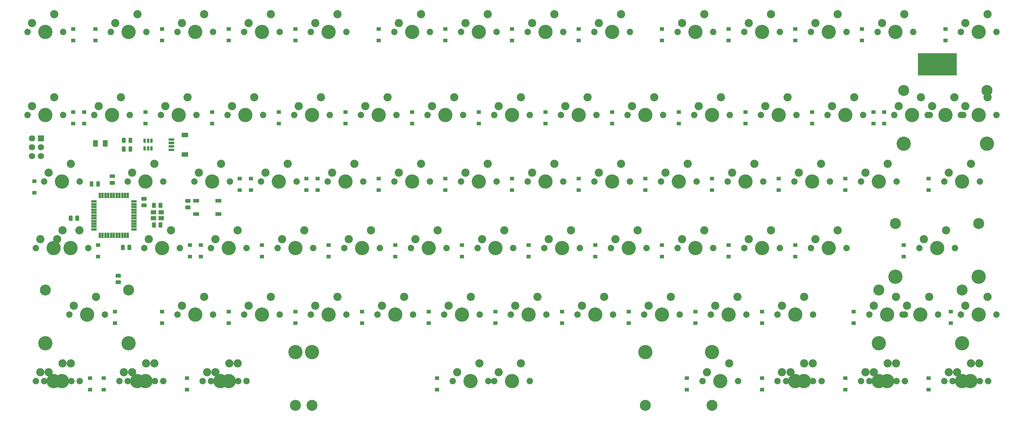
<source format=gbs>
G04 #@! TF.GenerationSoftware,KiCad,Pcbnew,(5.1.4)-1*
G04 #@! TF.CreationDate,2021-10-30T23:29:11+08:00*
G04 #@! TF.ProjectId,bakeneko-60-pcb,62616b65-6e65-46b6-9f2d-36302d706362,rev?*
G04 #@! TF.SameCoordinates,Original*
G04 #@! TF.FileFunction,Soldermask,Bot*
G04 #@! TF.FilePolarity,Negative*
%FSLAX46Y46*%
G04 Gerber Fmt 4.6, Leading zero omitted, Abs format (unit mm)*
G04 Created by KiCad (PCBNEW (5.1.4)-1) date 2021-10-30 23:29:11*
%MOMM*%
%LPD*%
G04 APERTURE LIST*
%ADD10C,0.100000*%
%ADD11C,2.350000*%
%ADD12C,4.087800*%
%ADD13C,1.850000*%
%ADD14R,1.300000X1.000000*%
%ADD15R,0.750000X1.160000*%
%ADD16C,3.148000*%
%ADD17R,1.500000X1.300000*%
%ADD18R,1.600000X0.650000*%
%ADD19R,0.650000X1.600000*%
%ADD20R,1.800000X1.100000*%
%ADD21C,1.075000*%
%ADD22R,1.800000X1.800000*%
%ADD23C,1.800000*%
%ADD24C,0.700000*%
%ADD25C,1.300000*%
%ADD26C,1.350000*%
G04 APERTURE END LIST*
D10*
G36*
X260293750Y17684375D02*
G01*
X249293750Y17684375D01*
X249293750Y11434375D01*
X260293750Y11434375D01*
X260293750Y17684375D01*
G37*
X260293750Y17684375D02*
X249293750Y17684375D01*
X249293750Y11434375D01*
X260293750Y11434375D01*
X260293750Y17684375D01*
D11*
X269240000Y28892500D03*
D12*
X266700000Y23812500D03*
D11*
X262890000Y26352500D03*
D13*
X261620000Y23812500D03*
X271780000Y23812500D03*
D11*
X245427500Y28892500D03*
D12*
X242887500Y23812500D03*
D11*
X239077500Y26352500D03*
D13*
X237807500Y23812500D03*
X247967500Y23812500D03*
D11*
X226377500Y28892500D03*
D12*
X223837500Y23812500D03*
D11*
X220027500Y26352500D03*
D13*
X218757500Y23812500D03*
X228917500Y23812500D03*
D11*
X207327500Y28892500D03*
D12*
X204787500Y23812500D03*
D11*
X200977500Y26352500D03*
D13*
X199707500Y23812500D03*
X209867500Y23812500D03*
D11*
X188277500Y28892500D03*
D12*
X185737500Y23812500D03*
D11*
X181927500Y26352500D03*
D13*
X180657500Y23812500D03*
X190817500Y23812500D03*
D11*
X164465000Y28892500D03*
D12*
X161925000Y23812500D03*
D11*
X158115000Y26352500D03*
D13*
X156845000Y23812500D03*
X167005000Y23812500D03*
D11*
X145415000Y28892500D03*
D12*
X142875000Y23812500D03*
D11*
X139065000Y26352500D03*
D13*
X137795000Y23812500D03*
X147955000Y23812500D03*
D11*
X126365000Y28892500D03*
D12*
X123825000Y23812500D03*
D11*
X120015000Y26352500D03*
D13*
X118745000Y23812500D03*
X128905000Y23812500D03*
D11*
X107315000Y28892500D03*
D12*
X104775000Y23812500D03*
D11*
X100965000Y26352500D03*
D13*
X99695000Y23812500D03*
X109855000Y23812500D03*
D11*
X83502500Y28892500D03*
D12*
X80962500Y23812500D03*
D11*
X77152500Y26352500D03*
D13*
X75882500Y23812500D03*
X86042500Y23812500D03*
D11*
X64452500Y28892500D03*
D12*
X61912500Y23812500D03*
D11*
X58102500Y26352500D03*
D13*
X56832500Y23812500D03*
X66992500Y23812500D03*
D11*
X45402500Y28892500D03*
D12*
X42862500Y23812500D03*
D11*
X39052500Y26352500D03*
D13*
X37782500Y23812500D03*
X47942500Y23812500D03*
D11*
X26352500Y28892500D03*
D12*
X23812500Y23812500D03*
D11*
X20002500Y26352500D03*
D13*
X18732500Y23812500D03*
X28892500Y23812500D03*
D11*
X2540000Y28892500D03*
D12*
X0Y23812500D03*
D11*
X-3810000Y26352500D03*
D13*
X-5080000Y23812500D03*
X5080000Y23812500D03*
D14*
X257175000Y24668750D03*
X257175000Y21368750D03*
X233362500Y24668750D03*
X233362500Y21368750D03*
X214312500Y24668750D03*
X214312500Y21368750D03*
X195262500Y24668750D03*
X195262500Y21368750D03*
X176212500Y24668750D03*
X176212500Y21368750D03*
X152400000Y24668750D03*
X152400000Y21368750D03*
X133350000Y24668750D03*
X133350000Y21368750D03*
X114300000Y24668750D03*
X114300000Y21368750D03*
X95250000Y24668750D03*
X95250000Y21368750D03*
X71437500Y24668750D03*
X71437500Y21368750D03*
X52387500Y24668750D03*
X52387500Y21368750D03*
X33337500Y24668750D03*
X33337500Y21368750D03*
X14287500Y24668750D03*
X14287500Y21368750D03*
X7937500Y24668750D03*
X7937500Y21368750D03*
D15*
X30273750Y-9600000D03*
X29323750Y-9600000D03*
X28373750Y-9600000D03*
X28373750Y-7400000D03*
X30273750Y-7400000D03*
X29323750Y-7400000D03*
D13*
X33655000Y-19050000D03*
X23495000Y-19050000D03*
D11*
X24765000Y-16510000D03*
D12*
X28575000Y-19050000D03*
D11*
X31115000Y-13970000D03*
D13*
X52705000Y-19050000D03*
X42545000Y-19050000D03*
D11*
X43815000Y-16510000D03*
D12*
X47625000Y-19050000D03*
D11*
X50165000Y-13970000D03*
D13*
X267017500Y-76200000D03*
X256857500Y-76200000D03*
D11*
X258127500Y-73660000D03*
D12*
X261937500Y-76200000D03*
D11*
X264477500Y-71120000D03*
D13*
X243205000Y-76200000D03*
X233045000Y-76200000D03*
D11*
X234315000Y-73660000D03*
D12*
X238125000Y-76200000D03*
D11*
X240665000Y-71120000D03*
D12*
X190500000Y-67945000D03*
X76200000Y-67945000D03*
D16*
X190500000Y-83185000D03*
X76200000Y-83185000D03*
D13*
X138430000Y-76200000D03*
X128270000Y-76200000D03*
D11*
X129540000Y-73660000D03*
D12*
X133350000Y-76200000D03*
D11*
X135890000Y-71120000D03*
D13*
X57467500Y-76200000D03*
X47307500Y-76200000D03*
D11*
X48577500Y-73660000D03*
D12*
X52387500Y-76200000D03*
D11*
X54927500Y-71120000D03*
D13*
X33655000Y-76200000D03*
X23495000Y-76200000D03*
D11*
X24765000Y-73660000D03*
D12*
X28575000Y-76200000D03*
D11*
X31115000Y-71120000D03*
D13*
X9842500Y-76200000D03*
X-317500Y-76200000D03*
D11*
X952500Y-73660000D03*
D12*
X4762500Y-76200000D03*
D11*
X7302500Y-71120000D03*
D13*
X269398750Y-76200000D03*
X259238750Y-76200000D03*
D11*
X260508750Y-73660000D03*
D12*
X264318750Y-76200000D03*
D11*
X266858750Y-71120000D03*
D13*
X245586250Y-76200000D03*
X235426250Y-76200000D03*
D11*
X236696250Y-73660000D03*
D12*
X240506250Y-76200000D03*
D11*
X243046250Y-71120000D03*
D13*
X221773750Y-76200000D03*
X211613750Y-76200000D03*
D11*
X212883750Y-73660000D03*
D12*
X216693750Y-76200000D03*
D11*
X219233750Y-71120000D03*
D13*
X197961250Y-76200000D03*
X187801250Y-76200000D03*
D11*
X189071250Y-73660000D03*
D12*
X192881250Y-76200000D03*
D11*
X195421250Y-71120000D03*
D12*
X261937500Y-65405000D03*
X238125000Y-65405000D03*
D16*
X261937500Y-50165000D03*
X238125000Y-50165000D03*
D13*
X255111250Y-57150000D03*
X244951250Y-57150000D03*
D11*
X246221250Y-54610000D03*
D12*
X250031250Y-57150000D03*
D11*
X252571250Y-52070000D03*
D13*
X200342500Y-57150000D03*
X190182500Y-57150000D03*
D11*
X191452500Y-54610000D03*
D12*
X195262500Y-57150000D03*
D11*
X197802500Y-52070000D03*
D14*
X228550000Y-75343750D03*
X228550000Y-78643750D03*
X204787500Y-75343750D03*
X204787500Y-78643750D03*
X183315000Y-75343750D03*
X183315000Y-78643750D03*
D13*
X152717500Y-38100000D03*
X142557500Y-38100000D03*
D11*
X143827500Y-35560000D03*
D12*
X147637500Y-38100000D03*
D11*
X150177500Y-33020000D03*
D13*
X57467500Y-38100000D03*
X47307500Y-38100000D03*
D11*
X48577500Y-35560000D03*
D12*
X52387500Y-38100000D03*
D11*
X54927500Y-33020000D03*
D14*
X44450000Y-37243750D03*
X44450000Y-40543750D03*
X41275000Y-37243750D03*
X41275000Y-40543750D03*
D13*
X186055000Y-19050000D03*
X175895000Y-19050000D03*
D11*
X177165000Y-16510000D03*
D12*
X180975000Y-19050000D03*
D11*
X183515000Y-13970000D03*
D13*
X109855000Y-19050000D03*
X99695000Y-19050000D03*
D11*
X100965000Y-16510000D03*
D12*
X104775000Y-19050000D03*
D11*
X107315000Y-13970000D03*
D14*
X77787500Y-18193750D03*
X77787500Y-21493750D03*
X74612500Y-18193750D03*
X74612500Y-21493750D03*
X55562500Y-18193750D03*
X55562500Y-21493750D03*
X58737500Y-18193750D03*
X58737500Y-21493750D03*
X239655000Y856250D03*
X239655000Y-2443750D03*
D13*
X233680000Y0D03*
X223520000Y0D03*
D11*
X224790000Y2540000D03*
D12*
X228600000Y0D03*
D11*
X231140000Y5080000D03*
D14*
X219075000Y856250D03*
X219075000Y-2443750D03*
X11112500Y856250D03*
X11112500Y-2443750D03*
X7937500Y856250D03*
X7937500Y-2443750D03*
X-3175000Y-18987500D03*
X-3175000Y-22287500D03*
X236585000Y856250D03*
X236585000Y-2443750D03*
D13*
X138430000Y0D03*
X128270000Y0D03*
D11*
X129540000Y2540000D03*
D12*
X133350000Y0D03*
D11*
X135890000Y5080000D03*
D13*
X100330000Y0D03*
X90170000Y0D03*
D11*
X91440000Y2540000D03*
D12*
X95250000Y0D03*
D11*
X97790000Y5080000D03*
D13*
X81280000Y0D03*
X71120000Y0D03*
D11*
X72390000Y2540000D03*
D12*
X76200000Y0D03*
D11*
X78740000Y5080000D03*
D13*
X219392500Y-76200000D03*
X209232500Y-76200000D03*
D11*
X210502500Y-73660000D03*
D12*
X214312500Y-76200000D03*
D11*
X216852500Y-71120000D03*
D12*
X171443650Y-67945000D03*
X71443850Y-67945000D03*
D16*
X171443650Y-83185000D03*
X71443850Y-83185000D03*
D13*
X126523750Y-76200000D03*
X116363750Y-76200000D03*
D11*
X117633750Y-73660000D03*
D12*
X121443750Y-76200000D03*
D11*
X123983750Y-71120000D03*
D13*
X55086250Y-76200000D03*
X44926250Y-76200000D03*
D11*
X46196250Y-73660000D03*
D12*
X50006250Y-76200000D03*
D11*
X52546250Y-71120000D03*
D13*
X31273750Y-76200000D03*
X21113750Y-76200000D03*
D11*
X22383750Y-73660000D03*
D12*
X26193750Y-76200000D03*
D11*
X28733750Y-71120000D03*
D13*
X7461250Y-76200000D03*
X-2698750Y-76200000D03*
D11*
X-1428750Y-73660000D03*
D12*
X2381250Y-76200000D03*
D11*
X4921250Y-71120000D03*
D13*
X271780000Y-57150000D03*
X261620000Y-57150000D03*
D11*
X262890000Y-54610000D03*
D12*
X266700000Y-57150000D03*
D11*
X269240000Y-52070000D03*
D13*
X245586250Y-57150000D03*
X235426250Y-57150000D03*
D11*
X236696250Y-54610000D03*
D12*
X240506250Y-57150000D03*
D11*
X243046250Y-52070000D03*
D13*
X219392500Y-57150000D03*
X209232500Y-57150000D03*
D11*
X210502500Y-54610000D03*
D12*
X214312500Y-57150000D03*
D11*
X216852500Y-52070000D03*
D13*
X181292500Y-57150000D03*
X171132500Y-57150000D03*
D11*
X172402500Y-54610000D03*
D12*
X176212500Y-57150000D03*
D11*
X178752500Y-52070000D03*
D13*
X162242500Y-57150000D03*
X152082500Y-57150000D03*
D11*
X153352500Y-54610000D03*
D12*
X157162500Y-57150000D03*
D11*
X159702500Y-52070000D03*
D13*
X143192500Y-57150000D03*
X133032500Y-57150000D03*
D11*
X134302500Y-54610000D03*
D12*
X138112500Y-57150000D03*
D11*
X140652500Y-52070000D03*
D13*
X124142500Y-57150000D03*
X113982500Y-57150000D03*
D11*
X115252500Y-54610000D03*
D12*
X119062500Y-57150000D03*
D11*
X121602500Y-52070000D03*
D13*
X105092500Y-57150000D03*
X94932500Y-57150000D03*
D11*
X96202500Y-54610000D03*
D12*
X100012500Y-57150000D03*
D11*
X102552500Y-52070000D03*
D13*
X86042500Y-57150000D03*
X75882500Y-57150000D03*
D11*
X77152500Y-54610000D03*
D12*
X80962500Y-57150000D03*
D11*
X83502500Y-52070000D03*
D13*
X66992500Y-57150000D03*
X56832500Y-57150000D03*
D11*
X58102500Y-54610000D03*
D12*
X61912500Y-57150000D03*
D11*
X64452500Y-52070000D03*
D13*
X47942500Y-57150000D03*
X37782500Y-57150000D03*
D11*
X39052500Y-54610000D03*
D12*
X42862500Y-57150000D03*
D11*
X45402500Y-52070000D03*
D12*
X23812500Y-65405000D03*
X0Y-65405000D03*
D16*
X23812500Y-50165000D03*
X0Y-50165000D03*
D13*
X16986250Y-57150000D03*
X6826250Y-57150000D03*
D11*
X8096250Y-54610000D03*
D12*
X11906250Y-57150000D03*
D11*
X14446250Y-52070000D03*
D12*
X266700000Y-46355000D03*
X242887500Y-46355000D03*
D16*
X266700000Y-31115000D03*
X242887500Y-31115000D03*
D13*
X259873750Y-38100000D03*
X249713750Y-38100000D03*
D11*
X250983750Y-35560000D03*
D12*
X254793750Y-38100000D03*
D11*
X257333750Y-33020000D03*
D13*
X228917500Y-38100000D03*
X218757500Y-38100000D03*
D11*
X220027500Y-35560000D03*
D12*
X223837500Y-38100000D03*
D11*
X226377500Y-33020000D03*
D13*
X209867500Y-38100000D03*
X199707500Y-38100000D03*
D11*
X200977500Y-35560000D03*
D12*
X204787500Y-38100000D03*
D11*
X207327500Y-33020000D03*
D13*
X190817500Y-38100000D03*
X180657500Y-38100000D03*
D11*
X181927500Y-35560000D03*
D12*
X185737500Y-38100000D03*
D11*
X188277500Y-33020000D03*
D13*
X171767500Y-38100000D03*
X161607500Y-38100000D03*
D11*
X162877500Y-35560000D03*
D12*
X166687500Y-38100000D03*
D11*
X169227500Y-33020000D03*
D13*
X133667500Y-38100000D03*
X123507500Y-38100000D03*
D11*
X124777500Y-35560000D03*
D12*
X128587500Y-38100000D03*
D11*
X131127500Y-33020000D03*
D13*
X114617500Y-38100000D03*
X104457500Y-38100000D03*
D11*
X105727500Y-35560000D03*
D12*
X109537500Y-38100000D03*
D11*
X112077500Y-33020000D03*
D13*
X95567500Y-38100000D03*
X85407500Y-38100000D03*
D11*
X86677500Y-35560000D03*
D12*
X90487500Y-38100000D03*
D11*
X93027500Y-33020000D03*
D13*
X76517500Y-38100000D03*
X66357500Y-38100000D03*
D11*
X67627500Y-35560000D03*
D12*
X71437500Y-38100000D03*
D11*
X73977500Y-33020000D03*
D13*
X38417500Y-38100000D03*
X28257500Y-38100000D03*
D11*
X29527500Y-35560000D03*
D12*
X33337500Y-38100000D03*
D11*
X35877500Y-33020000D03*
D13*
X12223750Y-38100000D03*
X2063750Y-38100000D03*
D11*
X3333750Y-35560000D03*
D12*
X7143750Y-38100000D03*
D11*
X9683750Y-33020000D03*
D13*
X7461250Y-38100000D03*
X-2698750Y-38100000D03*
D11*
X-1428750Y-35560000D03*
D12*
X2381250Y-38100000D03*
D11*
X4921250Y-33020000D03*
D13*
X267017500Y-19050000D03*
X256857500Y-19050000D03*
D11*
X258127500Y-16510000D03*
D12*
X261937500Y-19050000D03*
D11*
X264477500Y-13970000D03*
D13*
X243205000Y-19050000D03*
X233045000Y-19050000D03*
D11*
X234315000Y-16510000D03*
D12*
X238125000Y-19050000D03*
D11*
X240665000Y-13970000D03*
D13*
X224155000Y-19050000D03*
X213995000Y-19050000D03*
D11*
X215265000Y-16510000D03*
D12*
X219075000Y-19050000D03*
D11*
X221615000Y-13970000D03*
D13*
X205105000Y-19050000D03*
X194945000Y-19050000D03*
D11*
X196215000Y-16510000D03*
D12*
X200025000Y-19050000D03*
D11*
X202565000Y-13970000D03*
D13*
X167005000Y-19050000D03*
X156845000Y-19050000D03*
D11*
X158115000Y-16510000D03*
D12*
X161925000Y-19050000D03*
D11*
X164465000Y-13970000D03*
D13*
X147955000Y-19050000D03*
X137795000Y-19050000D03*
D11*
X139065000Y-16510000D03*
D12*
X142875000Y-19050000D03*
D11*
X145415000Y-13970000D03*
D13*
X128905000Y-19050000D03*
X118745000Y-19050000D03*
D11*
X120015000Y-16510000D03*
D12*
X123825000Y-19050000D03*
D11*
X126365000Y-13970000D03*
D13*
X90805000Y-19050000D03*
X80645000Y-19050000D03*
D11*
X81915000Y-16510000D03*
D12*
X85725000Y-19050000D03*
D11*
X88265000Y-13970000D03*
D13*
X71755000Y-19050000D03*
X61595000Y-19050000D03*
D11*
X62865000Y-16510000D03*
D12*
X66675000Y-19050000D03*
D11*
X69215000Y-13970000D03*
D13*
X9842500Y-19050000D03*
X-317500Y-19050000D03*
D11*
X952500Y-16510000D03*
D12*
X4762500Y-19050000D03*
D11*
X7302500Y-13970000D03*
D12*
X269081250Y-8255000D03*
X245268750Y-8255000D03*
D16*
X269081250Y6985000D03*
X245268750Y6985000D03*
D13*
X262255000Y0D03*
X252095000Y0D03*
D11*
X253365000Y2540000D03*
D12*
X257175000Y0D03*
D11*
X259715000Y5080000D03*
D13*
X271780000Y0D03*
X261620000Y0D03*
D11*
X262890000Y2540000D03*
D12*
X266700000Y0D03*
D11*
X269240000Y5080000D03*
D13*
X252730000Y0D03*
X242570000Y0D03*
D11*
X243840000Y2540000D03*
D12*
X247650000Y0D03*
D11*
X250190000Y5080000D03*
D13*
X214630000Y0D03*
X204470000Y0D03*
D11*
X205740000Y2540000D03*
D12*
X209550000Y0D03*
D11*
X212090000Y5080000D03*
D13*
X195580000Y0D03*
X185420000Y0D03*
D11*
X186690000Y2540000D03*
D12*
X190500000Y0D03*
D11*
X193040000Y5080000D03*
D13*
X176530000Y0D03*
X166370000Y0D03*
D11*
X167640000Y2540000D03*
D12*
X171450000Y0D03*
D11*
X173990000Y5080000D03*
D13*
X157480000Y0D03*
X147320000Y0D03*
D11*
X148590000Y2540000D03*
D12*
X152400000Y0D03*
D11*
X154940000Y5080000D03*
D13*
X119380000Y0D03*
X109220000Y0D03*
D11*
X110490000Y2540000D03*
D12*
X114300000Y0D03*
D11*
X116840000Y5080000D03*
D13*
X62230000Y0D03*
X52070000Y0D03*
D11*
X53340000Y2540000D03*
D12*
X57150000Y0D03*
D11*
X59690000Y5080000D03*
D13*
X43180000Y0D03*
X33020000Y0D03*
D11*
X34290000Y2540000D03*
D12*
X38100000Y0D03*
D11*
X40640000Y5080000D03*
D13*
X24130000Y0D03*
X13970000Y0D03*
D11*
X15240000Y2540000D03*
D12*
X19050000Y0D03*
D11*
X21590000Y5080000D03*
X2540000Y5080000D03*
D12*
X0Y0D03*
D11*
X-3810000Y2540000D03*
D13*
X-5080000Y0D03*
X5080000Y0D03*
D14*
X252362500Y-75343750D03*
X252362500Y-78643750D03*
X111918750Y-75343750D03*
X111918750Y-78643750D03*
X40481250Y-75343750D03*
X40481250Y-78643750D03*
X16668750Y-75343750D03*
X16668750Y-78643750D03*
X12747500Y-75343750D03*
X12747500Y-78643750D03*
X258715000Y-56293750D03*
X258715000Y-59593750D03*
X230981250Y-56293750D03*
X230981250Y-59593750D03*
X204787500Y-56293750D03*
X204787500Y-59593750D03*
X185737500Y-56293750D03*
X185737500Y-59593750D03*
X166687500Y-56293750D03*
X166687500Y-59593750D03*
X147637500Y-56293750D03*
X147637500Y-59593750D03*
X128587500Y-56293750D03*
X128587500Y-59593750D03*
X109537500Y-56293750D03*
X109537500Y-59593750D03*
X90487500Y-56293750D03*
X90487500Y-59593750D03*
X71437500Y-56293750D03*
X71437500Y-59593750D03*
X52387500Y-56293750D03*
X52387500Y-59593750D03*
X33337500Y-56293750D03*
X33337500Y-59593750D03*
X19843750Y-56293750D03*
X19843750Y-59593750D03*
X245268750Y-37243750D03*
X245268750Y-40543750D03*
X214312500Y-37243750D03*
X214312500Y-40543750D03*
X195262500Y-37243750D03*
X195262500Y-40543750D03*
X176212500Y-37243750D03*
X176212500Y-40543750D03*
X157162500Y-37243750D03*
X157162500Y-40543750D03*
X138112500Y-37243750D03*
X138112500Y-40543750D03*
X119062500Y-37243750D03*
X119062500Y-40543750D03*
X100012500Y-37243750D03*
X100012500Y-40543750D03*
X80962500Y-37243750D03*
X80962500Y-40543750D03*
X61912500Y-37243750D03*
X61912500Y-40543750D03*
X15081250Y-37243750D03*
X15081250Y-40543750D03*
X252412500Y-18193750D03*
X252412500Y-21493750D03*
X228600000Y-18193750D03*
X228600000Y-21493750D03*
X209550000Y-18193750D03*
X209550000Y-21493750D03*
X190500000Y-18193750D03*
X190500000Y-21493750D03*
X171450000Y-18193750D03*
X171450000Y-21493750D03*
X152400000Y-18193750D03*
X152400000Y-21493750D03*
X133350000Y-18193750D03*
X133350000Y-21493750D03*
X114300000Y-18193750D03*
X114300000Y-21493750D03*
X95250000Y-18193750D03*
X95250000Y-21493750D03*
X200025000Y856250D03*
X200025000Y-2443750D03*
X180975000Y856250D03*
X180975000Y-2443750D03*
X161925000Y856250D03*
X161925000Y-2443750D03*
X142875000Y856250D03*
X142875000Y-2443750D03*
X123825000Y856250D03*
X123825000Y-2443750D03*
X104775000Y856250D03*
X104775000Y-2443750D03*
X85725000Y856250D03*
X85725000Y-2443750D03*
X66675000Y856250D03*
X66675000Y-2443750D03*
X47625000Y856250D03*
X47625000Y-2443750D03*
X28575000Y856250D03*
X28575000Y-2443750D03*
D17*
X33060000Y-27820000D03*
X30860000Y-27820000D03*
X30860000Y-29520000D03*
X33060000Y-29520000D03*
D18*
X13853750Y-24758750D03*
X13853750Y-25558750D03*
X13853750Y-26358750D03*
X13853750Y-27158750D03*
X13853750Y-27958750D03*
X13853750Y-28758750D03*
X13853750Y-29558750D03*
X13853750Y-30358750D03*
X13853750Y-31158750D03*
X13853750Y-31958750D03*
X13853750Y-32758750D03*
D19*
X15553750Y-34458750D03*
X16353750Y-34458750D03*
X17153750Y-34458750D03*
X17953750Y-34458750D03*
X18753750Y-34458750D03*
X19553750Y-34458750D03*
X20353750Y-34458750D03*
X21153750Y-34458750D03*
X21953750Y-34458750D03*
X22753750Y-34458750D03*
X23553750Y-34458750D03*
D18*
X25253750Y-32758750D03*
X25253750Y-31958750D03*
X25253750Y-31158750D03*
X25253750Y-30358750D03*
X25253750Y-29558750D03*
X25253750Y-28758750D03*
X25253750Y-27958750D03*
X25253750Y-27158750D03*
X25253750Y-26358750D03*
X25253750Y-25558750D03*
X25253750Y-24758750D03*
D19*
X23553750Y-23058750D03*
X22753750Y-23058750D03*
X21953750Y-23058750D03*
X21153750Y-23058750D03*
X20353750Y-23058750D03*
X19553750Y-23058750D03*
X18753750Y-23058750D03*
X17953750Y-23058750D03*
X17153750Y-23058750D03*
X16353750Y-23058750D03*
X15553750Y-23058750D03*
D20*
X49393750Y-24585000D03*
X43093750Y-24585000D03*
X49393750Y-28385000D03*
X43093750Y-28385000D03*
D10*
G36*
X21331342Y-45476294D02*
G01*
X21357431Y-45480164D01*
X21383014Y-45486572D01*
X21407846Y-45495457D01*
X21431688Y-45506734D01*
X21454310Y-45520293D01*
X21475493Y-45536003D01*
X21495035Y-45553715D01*
X21512747Y-45573257D01*
X21528457Y-45594440D01*
X21542016Y-45617062D01*
X21553293Y-45640904D01*
X21562178Y-45665736D01*
X21568586Y-45691319D01*
X21572456Y-45717408D01*
X21573750Y-45743750D01*
X21573750Y-46281250D01*
X21572456Y-46307592D01*
X21568586Y-46333681D01*
X21562178Y-46359264D01*
X21553293Y-46384096D01*
X21542016Y-46407938D01*
X21528457Y-46430560D01*
X21512747Y-46451743D01*
X21495035Y-46471285D01*
X21475493Y-46488997D01*
X21454310Y-46504707D01*
X21431688Y-46518266D01*
X21407846Y-46529543D01*
X21383014Y-46538428D01*
X21357431Y-46544836D01*
X21331342Y-46548706D01*
X21305000Y-46550000D01*
X20342500Y-46550000D01*
X20316158Y-46548706D01*
X20290069Y-46544836D01*
X20264486Y-46538428D01*
X20239654Y-46529543D01*
X20215812Y-46518266D01*
X20193190Y-46504707D01*
X20172007Y-46488997D01*
X20152465Y-46471285D01*
X20134753Y-46451743D01*
X20119043Y-46430560D01*
X20105484Y-46407938D01*
X20094207Y-46384096D01*
X20085322Y-46359264D01*
X20078914Y-46333681D01*
X20075044Y-46307592D01*
X20073750Y-46281250D01*
X20073750Y-45743750D01*
X20075044Y-45717408D01*
X20078914Y-45691319D01*
X20085322Y-45665736D01*
X20094207Y-45640904D01*
X20105484Y-45617062D01*
X20119043Y-45594440D01*
X20134753Y-45573257D01*
X20152465Y-45553715D01*
X20172007Y-45536003D01*
X20193190Y-45520293D01*
X20215812Y-45506734D01*
X20239654Y-45495457D01*
X20264486Y-45486572D01*
X20290069Y-45480164D01*
X20316158Y-45476294D01*
X20342500Y-45475000D01*
X21305000Y-45475000D01*
X21331342Y-45476294D01*
X21331342Y-45476294D01*
G37*
D21*
X20823750Y-46012500D03*
D10*
G36*
X21331342Y-47351294D02*
G01*
X21357431Y-47355164D01*
X21383014Y-47361572D01*
X21407846Y-47370457D01*
X21431688Y-47381734D01*
X21454310Y-47395293D01*
X21475493Y-47411003D01*
X21495035Y-47428715D01*
X21512747Y-47448257D01*
X21528457Y-47469440D01*
X21542016Y-47492062D01*
X21553293Y-47515904D01*
X21562178Y-47540736D01*
X21568586Y-47566319D01*
X21572456Y-47592408D01*
X21573750Y-47618750D01*
X21573750Y-48156250D01*
X21572456Y-48182592D01*
X21568586Y-48208681D01*
X21562178Y-48234264D01*
X21553293Y-48259096D01*
X21542016Y-48282938D01*
X21528457Y-48305560D01*
X21512747Y-48326743D01*
X21495035Y-48346285D01*
X21475493Y-48363997D01*
X21454310Y-48379707D01*
X21431688Y-48393266D01*
X21407846Y-48404543D01*
X21383014Y-48413428D01*
X21357431Y-48419836D01*
X21331342Y-48423706D01*
X21305000Y-48425000D01*
X20342500Y-48425000D01*
X20316158Y-48423706D01*
X20290069Y-48419836D01*
X20264486Y-48413428D01*
X20239654Y-48404543D01*
X20215812Y-48393266D01*
X20193190Y-48379707D01*
X20172007Y-48363997D01*
X20152465Y-48346285D01*
X20134753Y-48326743D01*
X20119043Y-48305560D01*
X20105484Y-48282938D01*
X20094207Y-48259096D01*
X20085322Y-48234264D01*
X20078914Y-48208681D01*
X20075044Y-48182592D01*
X20073750Y-48156250D01*
X20073750Y-47618750D01*
X20075044Y-47592408D01*
X20078914Y-47566319D01*
X20085322Y-47540736D01*
X20094207Y-47515904D01*
X20105484Y-47492062D01*
X20119043Y-47469440D01*
X20134753Y-47448257D01*
X20152465Y-47428715D01*
X20172007Y-47411003D01*
X20193190Y-47395293D01*
X20215812Y-47381734D01*
X20239654Y-47370457D01*
X20264486Y-47361572D01*
X20290069Y-47355164D01*
X20316158Y-47351294D01*
X20342500Y-47350000D01*
X21305000Y-47350000D01*
X21331342Y-47351294D01*
X21331342Y-47351294D01*
G37*
D21*
X20823750Y-47887500D03*
D10*
G36*
X24572592Y-6501294D02*
G01*
X24598681Y-6505164D01*
X24624264Y-6511572D01*
X24649096Y-6520457D01*
X24672938Y-6531734D01*
X24695560Y-6545293D01*
X24716743Y-6561003D01*
X24736285Y-6578715D01*
X24753997Y-6598257D01*
X24769707Y-6619440D01*
X24783266Y-6642062D01*
X24794543Y-6665904D01*
X24803428Y-6690736D01*
X24809836Y-6716319D01*
X24813706Y-6742408D01*
X24815000Y-6768750D01*
X24815000Y-7731250D01*
X24813706Y-7757592D01*
X24809836Y-7783681D01*
X24803428Y-7809264D01*
X24794543Y-7834096D01*
X24783266Y-7857938D01*
X24769707Y-7880560D01*
X24753997Y-7901743D01*
X24736285Y-7921285D01*
X24716743Y-7938997D01*
X24695560Y-7954707D01*
X24672938Y-7968266D01*
X24649096Y-7979543D01*
X24624264Y-7988428D01*
X24598681Y-7994836D01*
X24572592Y-7998706D01*
X24546250Y-8000000D01*
X24008750Y-8000000D01*
X23982408Y-7998706D01*
X23956319Y-7994836D01*
X23930736Y-7988428D01*
X23905904Y-7979543D01*
X23882062Y-7968266D01*
X23859440Y-7954707D01*
X23838257Y-7938997D01*
X23818715Y-7921285D01*
X23801003Y-7901743D01*
X23785293Y-7880560D01*
X23771734Y-7857938D01*
X23760457Y-7834096D01*
X23751572Y-7809264D01*
X23745164Y-7783681D01*
X23741294Y-7757592D01*
X23740000Y-7731250D01*
X23740000Y-6768750D01*
X23741294Y-6742408D01*
X23745164Y-6716319D01*
X23751572Y-6690736D01*
X23760457Y-6665904D01*
X23771734Y-6642062D01*
X23785293Y-6619440D01*
X23801003Y-6598257D01*
X23818715Y-6578715D01*
X23838257Y-6561003D01*
X23859440Y-6545293D01*
X23882062Y-6531734D01*
X23905904Y-6520457D01*
X23930736Y-6511572D01*
X23956319Y-6505164D01*
X23982408Y-6501294D01*
X24008750Y-6500000D01*
X24546250Y-6500000D01*
X24572592Y-6501294D01*
X24572592Y-6501294D01*
G37*
D21*
X24277500Y-7250000D03*
D10*
G36*
X22697592Y-6501294D02*
G01*
X22723681Y-6505164D01*
X22749264Y-6511572D01*
X22774096Y-6520457D01*
X22797938Y-6531734D01*
X22820560Y-6545293D01*
X22841743Y-6561003D01*
X22861285Y-6578715D01*
X22878997Y-6598257D01*
X22894707Y-6619440D01*
X22908266Y-6642062D01*
X22919543Y-6665904D01*
X22928428Y-6690736D01*
X22934836Y-6716319D01*
X22938706Y-6742408D01*
X22940000Y-6768750D01*
X22940000Y-7731250D01*
X22938706Y-7757592D01*
X22934836Y-7783681D01*
X22928428Y-7809264D01*
X22919543Y-7834096D01*
X22908266Y-7857938D01*
X22894707Y-7880560D01*
X22878997Y-7901743D01*
X22861285Y-7921285D01*
X22841743Y-7938997D01*
X22820560Y-7954707D01*
X22797938Y-7968266D01*
X22774096Y-7979543D01*
X22749264Y-7988428D01*
X22723681Y-7994836D01*
X22697592Y-7998706D01*
X22671250Y-8000000D01*
X22133750Y-8000000D01*
X22107408Y-7998706D01*
X22081319Y-7994836D01*
X22055736Y-7988428D01*
X22030904Y-7979543D01*
X22007062Y-7968266D01*
X21984440Y-7954707D01*
X21963257Y-7938997D01*
X21943715Y-7921285D01*
X21926003Y-7901743D01*
X21910293Y-7880560D01*
X21896734Y-7857938D01*
X21885457Y-7834096D01*
X21876572Y-7809264D01*
X21870164Y-7783681D01*
X21866294Y-7757592D01*
X21865000Y-7731250D01*
X21865000Y-6768750D01*
X21866294Y-6742408D01*
X21870164Y-6716319D01*
X21876572Y-6690736D01*
X21885457Y-6665904D01*
X21896734Y-6642062D01*
X21910293Y-6619440D01*
X21926003Y-6598257D01*
X21943715Y-6578715D01*
X21963257Y-6561003D01*
X21984440Y-6545293D01*
X22007062Y-6531734D01*
X22030904Y-6520457D01*
X22055736Y-6511572D01*
X22081319Y-6505164D01*
X22107408Y-6501294D01*
X22133750Y-6500000D01*
X22671250Y-6500000D01*
X22697592Y-6501294D01*
X22697592Y-6501294D01*
G37*
D21*
X22402500Y-7250000D03*
D10*
G36*
X24572592Y-9001294D02*
G01*
X24598681Y-9005164D01*
X24624264Y-9011572D01*
X24649096Y-9020457D01*
X24672938Y-9031734D01*
X24695560Y-9045293D01*
X24716743Y-9061003D01*
X24736285Y-9078715D01*
X24753997Y-9098257D01*
X24769707Y-9119440D01*
X24783266Y-9142062D01*
X24794543Y-9165904D01*
X24803428Y-9190736D01*
X24809836Y-9216319D01*
X24813706Y-9242408D01*
X24815000Y-9268750D01*
X24815000Y-10231250D01*
X24813706Y-10257592D01*
X24809836Y-10283681D01*
X24803428Y-10309264D01*
X24794543Y-10334096D01*
X24783266Y-10357938D01*
X24769707Y-10380560D01*
X24753997Y-10401743D01*
X24736285Y-10421285D01*
X24716743Y-10438997D01*
X24695560Y-10454707D01*
X24672938Y-10468266D01*
X24649096Y-10479543D01*
X24624264Y-10488428D01*
X24598681Y-10494836D01*
X24572592Y-10498706D01*
X24546250Y-10500000D01*
X24008750Y-10500000D01*
X23982408Y-10498706D01*
X23956319Y-10494836D01*
X23930736Y-10488428D01*
X23905904Y-10479543D01*
X23882062Y-10468266D01*
X23859440Y-10454707D01*
X23838257Y-10438997D01*
X23818715Y-10421285D01*
X23801003Y-10401743D01*
X23785293Y-10380560D01*
X23771734Y-10357938D01*
X23760457Y-10334096D01*
X23751572Y-10309264D01*
X23745164Y-10283681D01*
X23741294Y-10257592D01*
X23740000Y-10231250D01*
X23740000Y-9268750D01*
X23741294Y-9242408D01*
X23745164Y-9216319D01*
X23751572Y-9190736D01*
X23760457Y-9165904D01*
X23771734Y-9142062D01*
X23785293Y-9119440D01*
X23801003Y-9098257D01*
X23818715Y-9078715D01*
X23838257Y-9061003D01*
X23859440Y-9045293D01*
X23882062Y-9031734D01*
X23905904Y-9020457D01*
X23930736Y-9011572D01*
X23956319Y-9005164D01*
X23982408Y-9001294D01*
X24008750Y-9000000D01*
X24546250Y-9000000D01*
X24572592Y-9001294D01*
X24572592Y-9001294D01*
G37*
D21*
X24277500Y-9750000D03*
D10*
G36*
X22697592Y-9001294D02*
G01*
X22723681Y-9005164D01*
X22749264Y-9011572D01*
X22774096Y-9020457D01*
X22797938Y-9031734D01*
X22820560Y-9045293D01*
X22841743Y-9061003D01*
X22861285Y-9078715D01*
X22878997Y-9098257D01*
X22894707Y-9119440D01*
X22908266Y-9142062D01*
X22919543Y-9165904D01*
X22928428Y-9190736D01*
X22934836Y-9216319D01*
X22938706Y-9242408D01*
X22940000Y-9268750D01*
X22940000Y-10231250D01*
X22938706Y-10257592D01*
X22934836Y-10283681D01*
X22928428Y-10309264D01*
X22919543Y-10334096D01*
X22908266Y-10357938D01*
X22894707Y-10380560D01*
X22878997Y-10401743D01*
X22861285Y-10421285D01*
X22841743Y-10438997D01*
X22820560Y-10454707D01*
X22797938Y-10468266D01*
X22774096Y-10479543D01*
X22749264Y-10488428D01*
X22723681Y-10494836D01*
X22697592Y-10498706D01*
X22671250Y-10500000D01*
X22133750Y-10500000D01*
X22107408Y-10498706D01*
X22081319Y-10494836D01*
X22055736Y-10488428D01*
X22030904Y-10479543D01*
X22007062Y-10468266D01*
X21984440Y-10454707D01*
X21963257Y-10438997D01*
X21943715Y-10421285D01*
X21926003Y-10401743D01*
X21910293Y-10380560D01*
X21896734Y-10357938D01*
X21885457Y-10334096D01*
X21876572Y-10309264D01*
X21870164Y-10283681D01*
X21866294Y-10257592D01*
X21865000Y-10231250D01*
X21865000Y-9268750D01*
X21866294Y-9242408D01*
X21870164Y-9216319D01*
X21876572Y-9190736D01*
X21885457Y-9165904D01*
X21896734Y-9142062D01*
X21910293Y-9119440D01*
X21926003Y-9098257D01*
X21943715Y-9078715D01*
X21963257Y-9061003D01*
X21984440Y-9045293D01*
X22007062Y-9031734D01*
X22030904Y-9020457D01*
X22055736Y-9011572D01*
X22081319Y-9005164D01*
X22107408Y-9001294D01*
X22133750Y-9000000D01*
X22671250Y-9000000D01*
X22697592Y-9001294D01*
X22697592Y-9001294D01*
G37*
D21*
X22402500Y-9750000D03*
D10*
G36*
X41217592Y-25921294D02*
G01*
X41243681Y-25925164D01*
X41269264Y-25931572D01*
X41294096Y-25940457D01*
X41317938Y-25951734D01*
X41340560Y-25965293D01*
X41361743Y-25981003D01*
X41381285Y-25998715D01*
X41398997Y-26018257D01*
X41414707Y-26039440D01*
X41428266Y-26062062D01*
X41439543Y-26085904D01*
X41448428Y-26110736D01*
X41454836Y-26136319D01*
X41458706Y-26162408D01*
X41460000Y-26188750D01*
X41460000Y-26726250D01*
X41458706Y-26752592D01*
X41454836Y-26778681D01*
X41448428Y-26804264D01*
X41439543Y-26829096D01*
X41428266Y-26852938D01*
X41414707Y-26875560D01*
X41398997Y-26896743D01*
X41381285Y-26916285D01*
X41361743Y-26933997D01*
X41340560Y-26949707D01*
X41317938Y-26963266D01*
X41294096Y-26974543D01*
X41269264Y-26983428D01*
X41243681Y-26989836D01*
X41217592Y-26993706D01*
X41191250Y-26995000D01*
X40228750Y-26995000D01*
X40202408Y-26993706D01*
X40176319Y-26989836D01*
X40150736Y-26983428D01*
X40125904Y-26974543D01*
X40102062Y-26963266D01*
X40079440Y-26949707D01*
X40058257Y-26933997D01*
X40038715Y-26916285D01*
X40021003Y-26896743D01*
X40005293Y-26875560D01*
X39991734Y-26852938D01*
X39980457Y-26829096D01*
X39971572Y-26804264D01*
X39965164Y-26778681D01*
X39961294Y-26752592D01*
X39960000Y-26726250D01*
X39960000Y-26188750D01*
X39961294Y-26162408D01*
X39965164Y-26136319D01*
X39971572Y-26110736D01*
X39980457Y-26085904D01*
X39991734Y-26062062D01*
X40005293Y-26039440D01*
X40021003Y-26018257D01*
X40038715Y-25998715D01*
X40058257Y-25981003D01*
X40079440Y-25965293D01*
X40102062Y-25951734D01*
X40125904Y-25940457D01*
X40150736Y-25931572D01*
X40176319Y-25925164D01*
X40202408Y-25921294D01*
X40228750Y-25920000D01*
X41191250Y-25920000D01*
X41217592Y-25921294D01*
X41217592Y-25921294D01*
G37*
D21*
X40710000Y-26457500D03*
D10*
G36*
X41217592Y-24046294D02*
G01*
X41243681Y-24050164D01*
X41269264Y-24056572D01*
X41294096Y-24065457D01*
X41317938Y-24076734D01*
X41340560Y-24090293D01*
X41361743Y-24106003D01*
X41381285Y-24123715D01*
X41398997Y-24143257D01*
X41414707Y-24164440D01*
X41428266Y-24187062D01*
X41439543Y-24210904D01*
X41448428Y-24235736D01*
X41454836Y-24261319D01*
X41458706Y-24287408D01*
X41460000Y-24313750D01*
X41460000Y-24851250D01*
X41458706Y-24877592D01*
X41454836Y-24903681D01*
X41448428Y-24929264D01*
X41439543Y-24954096D01*
X41428266Y-24977938D01*
X41414707Y-25000560D01*
X41398997Y-25021743D01*
X41381285Y-25041285D01*
X41361743Y-25058997D01*
X41340560Y-25074707D01*
X41317938Y-25088266D01*
X41294096Y-25099543D01*
X41269264Y-25108428D01*
X41243681Y-25114836D01*
X41217592Y-25118706D01*
X41191250Y-25120000D01*
X40228750Y-25120000D01*
X40202408Y-25118706D01*
X40176319Y-25114836D01*
X40150736Y-25108428D01*
X40125904Y-25099543D01*
X40102062Y-25088266D01*
X40079440Y-25074707D01*
X40058257Y-25058997D01*
X40038715Y-25041285D01*
X40021003Y-25021743D01*
X40005293Y-25000560D01*
X39991734Y-24977938D01*
X39980457Y-24954096D01*
X39971572Y-24929264D01*
X39965164Y-24903681D01*
X39961294Y-24877592D01*
X39960000Y-24851250D01*
X39960000Y-24313750D01*
X39961294Y-24287408D01*
X39965164Y-24261319D01*
X39971572Y-24235736D01*
X39980457Y-24210904D01*
X39991734Y-24187062D01*
X40005293Y-24164440D01*
X40021003Y-24143257D01*
X40038715Y-24123715D01*
X40058257Y-24106003D01*
X40079440Y-24090293D01*
X40102062Y-24076734D01*
X40125904Y-24065457D01*
X40150736Y-24056572D01*
X40176319Y-24050164D01*
X40202408Y-24046294D01*
X40228750Y-24045000D01*
X41191250Y-24045000D01*
X41217592Y-24046294D01*
X41217592Y-24046294D01*
G37*
D21*
X40710000Y-24582500D03*
D22*
X-1270000Y-6727501D03*
D23*
X-3810000Y-6727501D03*
X-1270000Y-9267501D03*
X-3810000Y-9267501D03*
X-1270000Y-11807501D03*
X-3810000Y-11807501D03*
D10*
G36*
X36667153Y-6650843D02*
G01*
X36684141Y-6653363D01*
X36700800Y-6657535D01*
X36716970Y-6663321D01*
X36732494Y-6670664D01*
X36747225Y-6679493D01*
X36761019Y-6689723D01*
X36773744Y-6701256D01*
X36785277Y-6713981D01*
X36795507Y-6727775D01*
X36804336Y-6742506D01*
X36811679Y-6758030D01*
X36817465Y-6774200D01*
X36821637Y-6790859D01*
X36824157Y-6807847D01*
X36825000Y-6825000D01*
X36825000Y-7175000D01*
X36824157Y-7192153D01*
X36821637Y-7209141D01*
X36817465Y-7225800D01*
X36811679Y-7241970D01*
X36804336Y-7257494D01*
X36795507Y-7272225D01*
X36785277Y-7286019D01*
X36773744Y-7298744D01*
X36761019Y-7310277D01*
X36747225Y-7320507D01*
X36732494Y-7329336D01*
X36716970Y-7336679D01*
X36700800Y-7342465D01*
X36684141Y-7346637D01*
X36667153Y-7349157D01*
X36650000Y-7350000D01*
X35350000Y-7350000D01*
X35332847Y-7349157D01*
X35315859Y-7346637D01*
X35299200Y-7342465D01*
X35283030Y-7336679D01*
X35267506Y-7329336D01*
X35252775Y-7320507D01*
X35238981Y-7310277D01*
X35226256Y-7298744D01*
X35214723Y-7286019D01*
X35204493Y-7272225D01*
X35195664Y-7257494D01*
X35188321Y-7241970D01*
X35182535Y-7225800D01*
X35178363Y-7209141D01*
X35175843Y-7192153D01*
X35175000Y-7175000D01*
X35175000Y-6825000D01*
X35175843Y-6807847D01*
X35178363Y-6790859D01*
X35182535Y-6774200D01*
X35188321Y-6758030D01*
X35195664Y-6742506D01*
X35204493Y-6727775D01*
X35214723Y-6713981D01*
X35226256Y-6701256D01*
X35238981Y-6689723D01*
X35252775Y-6679493D01*
X35267506Y-6670664D01*
X35283030Y-6663321D01*
X35299200Y-6657535D01*
X35315859Y-6653363D01*
X35332847Y-6650843D01*
X35350000Y-6650000D01*
X36650000Y-6650000D01*
X36667153Y-6650843D01*
X36667153Y-6650843D01*
G37*
D24*
X36000000Y-7000000D03*
D10*
G36*
X36667153Y-7650843D02*
G01*
X36684141Y-7653363D01*
X36700800Y-7657535D01*
X36716970Y-7663321D01*
X36732494Y-7670664D01*
X36747225Y-7679493D01*
X36761019Y-7689723D01*
X36773744Y-7701256D01*
X36785277Y-7713981D01*
X36795507Y-7727775D01*
X36804336Y-7742506D01*
X36811679Y-7758030D01*
X36817465Y-7774200D01*
X36821637Y-7790859D01*
X36824157Y-7807847D01*
X36825000Y-7825000D01*
X36825000Y-8175000D01*
X36824157Y-8192153D01*
X36821637Y-8209141D01*
X36817465Y-8225800D01*
X36811679Y-8241970D01*
X36804336Y-8257494D01*
X36795507Y-8272225D01*
X36785277Y-8286019D01*
X36773744Y-8298744D01*
X36761019Y-8310277D01*
X36747225Y-8320507D01*
X36732494Y-8329336D01*
X36716970Y-8336679D01*
X36700800Y-8342465D01*
X36684141Y-8346637D01*
X36667153Y-8349157D01*
X36650000Y-8350000D01*
X35350000Y-8350000D01*
X35332847Y-8349157D01*
X35315859Y-8346637D01*
X35299200Y-8342465D01*
X35283030Y-8336679D01*
X35267506Y-8329336D01*
X35252775Y-8320507D01*
X35238981Y-8310277D01*
X35226256Y-8298744D01*
X35214723Y-8286019D01*
X35204493Y-8272225D01*
X35195664Y-8257494D01*
X35188321Y-8241970D01*
X35182535Y-8225800D01*
X35178363Y-8209141D01*
X35175843Y-8192153D01*
X35175000Y-8175000D01*
X35175000Y-7825000D01*
X35175843Y-7807847D01*
X35178363Y-7790859D01*
X35182535Y-7774200D01*
X35188321Y-7758030D01*
X35195664Y-7742506D01*
X35204493Y-7727775D01*
X35214723Y-7713981D01*
X35226256Y-7701256D01*
X35238981Y-7689723D01*
X35252775Y-7679493D01*
X35267506Y-7670664D01*
X35283030Y-7663321D01*
X35299200Y-7657535D01*
X35315859Y-7653363D01*
X35332847Y-7650843D01*
X35350000Y-7650000D01*
X36650000Y-7650000D01*
X36667153Y-7650843D01*
X36667153Y-7650843D01*
G37*
D24*
X36000000Y-8000000D03*
D10*
G36*
X36667153Y-8650843D02*
G01*
X36684141Y-8653363D01*
X36700800Y-8657535D01*
X36716970Y-8663321D01*
X36732494Y-8670664D01*
X36747225Y-8679493D01*
X36761019Y-8689723D01*
X36773744Y-8701256D01*
X36785277Y-8713981D01*
X36795507Y-8727775D01*
X36804336Y-8742506D01*
X36811679Y-8758030D01*
X36817465Y-8774200D01*
X36821637Y-8790859D01*
X36824157Y-8807847D01*
X36825000Y-8825000D01*
X36825000Y-9175000D01*
X36824157Y-9192153D01*
X36821637Y-9209141D01*
X36817465Y-9225800D01*
X36811679Y-9241970D01*
X36804336Y-9257494D01*
X36795507Y-9272225D01*
X36785277Y-9286019D01*
X36773744Y-9298744D01*
X36761019Y-9310277D01*
X36747225Y-9320507D01*
X36732494Y-9329336D01*
X36716970Y-9336679D01*
X36700800Y-9342465D01*
X36684141Y-9346637D01*
X36667153Y-9349157D01*
X36650000Y-9350000D01*
X35350000Y-9350000D01*
X35332847Y-9349157D01*
X35315859Y-9346637D01*
X35299200Y-9342465D01*
X35283030Y-9336679D01*
X35267506Y-9329336D01*
X35252775Y-9320507D01*
X35238981Y-9310277D01*
X35226256Y-9298744D01*
X35214723Y-9286019D01*
X35204493Y-9272225D01*
X35195664Y-9257494D01*
X35188321Y-9241970D01*
X35182535Y-9225800D01*
X35178363Y-9209141D01*
X35175843Y-9192153D01*
X35175000Y-9175000D01*
X35175000Y-8825000D01*
X35175843Y-8807847D01*
X35178363Y-8790859D01*
X35182535Y-8774200D01*
X35188321Y-8758030D01*
X35195664Y-8742506D01*
X35204493Y-8727775D01*
X35214723Y-8713981D01*
X35226256Y-8701256D01*
X35238981Y-8689723D01*
X35252775Y-8679493D01*
X35267506Y-8670664D01*
X35283030Y-8663321D01*
X35299200Y-8657535D01*
X35315859Y-8653363D01*
X35332847Y-8650843D01*
X35350000Y-8650000D01*
X36650000Y-8650000D01*
X36667153Y-8650843D01*
X36667153Y-8650843D01*
G37*
D24*
X36000000Y-9000000D03*
D10*
G36*
X36667153Y-9650843D02*
G01*
X36684141Y-9653363D01*
X36700800Y-9657535D01*
X36716970Y-9663321D01*
X36732494Y-9670664D01*
X36747225Y-9679493D01*
X36761019Y-9689723D01*
X36773744Y-9701256D01*
X36785277Y-9713981D01*
X36795507Y-9727775D01*
X36804336Y-9742506D01*
X36811679Y-9758030D01*
X36817465Y-9774200D01*
X36821637Y-9790859D01*
X36824157Y-9807847D01*
X36825000Y-9825000D01*
X36825000Y-10175000D01*
X36824157Y-10192153D01*
X36821637Y-10209141D01*
X36817465Y-10225800D01*
X36811679Y-10241970D01*
X36804336Y-10257494D01*
X36795507Y-10272225D01*
X36785277Y-10286019D01*
X36773744Y-10298744D01*
X36761019Y-10310277D01*
X36747225Y-10320507D01*
X36732494Y-10329336D01*
X36716970Y-10336679D01*
X36700800Y-10342465D01*
X36684141Y-10346637D01*
X36667153Y-10349157D01*
X36650000Y-10350000D01*
X35350000Y-10350000D01*
X35332847Y-10349157D01*
X35315859Y-10346637D01*
X35299200Y-10342465D01*
X35283030Y-10336679D01*
X35267506Y-10329336D01*
X35252775Y-10320507D01*
X35238981Y-10310277D01*
X35226256Y-10298744D01*
X35214723Y-10286019D01*
X35204493Y-10272225D01*
X35195664Y-10257494D01*
X35188321Y-10241970D01*
X35182535Y-10225800D01*
X35178363Y-10209141D01*
X35175843Y-10192153D01*
X35175000Y-10175000D01*
X35175000Y-9825000D01*
X35175843Y-9807847D01*
X35178363Y-9790859D01*
X35182535Y-9774200D01*
X35188321Y-9758030D01*
X35195664Y-9742506D01*
X35204493Y-9727775D01*
X35214723Y-9713981D01*
X35226256Y-9701256D01*
X35238981Y-9689723D01*
X35252775Y-9679493D01*
X35267506Y-9670664D01*
X35283030Y-9663321D01*
X35299200Y-9657535D01*
X35315859Y-9653363D01*
X35332847Y-9650843D01*
X35350000Y-9650000D01*
X36650000Y-9650000D01*
X36667153Y-9650843D01*
X36667153Y-9650843D01*
G37*
D24*
X36000000Y-10000000D03*
D10*
G36*
X40580714Y-5051304D02*
G01*
X40607005Y-5055204D01*
X40632786Y-5061662D01*
X40657811Y-5070616D01*
X40681837Y-5081980D01*
X40704634Y-5095643D01*
X40725982Y-5111476D01*
X40745675Y-5129325D01*
X40763524Y-5149018D01*
X40779357Y-5170366D01*
X40793020Y-5193163D01*
X40804384Y-5217189D01*
X40813338Y-5242214D01*
X40819796Y-5267995D01*
X40823696Y-5294286D01*
X40825000Y-5320832D01*
X40825000Y-6079168D01*
X40823696Y-6105714D01*
X40819796Y-6132005D01*
X40813338Y-6157786D01*
X40804384Y-6182811D01*
X40793020Y-6206837D01*
X40779357Y-6229634D01*
X40763524Y-6250982D01*
X40745675Y-6270675D01*
X40725982Y-6288524D01*
X40704634Y-6304357D01*
X40681837Y-6318020D01*
X40657811Y-6329384D01*
X40632786Y-6338338D01*
X40607005Y-6344796D01*
X40580714Y-6348696D01*
X40554168Y-6350000D01*
X39195832Y-6350000D01*
X39169286Y-6348696D01*
X39142995Y-6344796D01*
X39117214Y-6338338D01*
X39092189Y-6329384D01*
X39068163Y-6318020D01*
X39045366Y-6304357D01*
X39024018Y-6288524D01*
X39004325Y-6270675D01*
X38986476Y-6250982D01*
X38970643Y-6229634D01*
X38956980Y-6206837D01*
X38945616Y-6182811D01*
X38936662Y-6157786D01*
X38930204Y-6132005D01*
X38926304Y-6105714D01*
X38925000Y-6079168D01*
X38925000Y-5320832D01*
X38926304Y-5294286D01*
X38930204Y-5267995D01*
X38936662Y-5242214D01*
X38945616Y-5217189D01*
X38956980Y-5193163D01*
X38970643Y-5170366D01*
X38986476Y-5149018D01*
X39004325Y-5129325D01*
X39024018Y-5111476D01*
X39045366Y-5095643D01*
X39068163Y-5081980D01*
X39092189Y-5070616D01*
X39117214Y-5061662D01*
X39142995Y-5055204D01*
X39169286Y-5051304D01*
X39195832Y-5050000D01*
X40554168Y-5050000D01*
X40580714Y-5051304D01*
X40580714Y-5051304D01*
G37*
D25*
X39875000Y-5700000D03*
D10*
G36*
X40580714Y-10651304D02*
G01*
X40607005Y-10655204D01*
X40632786Y-10661662D01*
X40657811Y-10670616D01*
X40681837Y-10681980D01*
X40704634Y-10695643D01*
X40725982Y-10711476D01*
X40745675Y-10729325D01*
X40763524Y-10749018D01*
X40779357Y-10770366D01*
X40793020Y-10793163D01*
X40804384Y-10817189D01*
X40813338Y-10842214D01*
X40819796Y-10867995D01*
X40823696Y-10894286D01*
X40825000Y-10920832D01*
X40825000Y-11679168D01*
X40823696Y-11705714D01*
X40819796Y-11732005D01*
X40813338Y-11757786D01*
X40804384Y-11782811D01*
X40793020Y-11806837D01*
X40779357Y-11829634D01*
X40763524Y-11850982D01*
X40745675Y-11870675D01*
X40725982Y-11888524D01*
X40704634Y-11904357D01*
X40681837Y-11918020D01*
X40657811Y-11929384D01*
X40632786Y-11938338D01*
X40607005Y-11944796D01*
X40580714Y-11948696D01*
X40554168Y-11950000D01*
X39195832Y-11950000D01*
X39169286Y-11948696D01*
X39142995Y-11944796D01*
X39117214Y-11938338D01*
X39092189Y-11929384D01*
X39068163Y-11918020D01*
X39045366Y-11904357D01*
X39024018Y-11888524D01*
X39004325Y-11870675D01*
X38986476Y-11850982D01*
X38970643Y-11829634D01*
X38956980Y-11806837D01*
X38945616Y-11782811D01*
X38936662Y-11757786D01*
X38930204Y-11732005D01*
X38926304Y-11705714D01*
X38925000Y-11679168D01*
X38925000Y-10920832D01*
X38926304Y-10894286D01*
X38930204Y-10867995D01*
X38936662Y-10842214D01*
X38945616Y-10817189D01*
X38956980Y-10793163D01*
X38970643Y-10770366D01*
X38986476Y-10749018D01*
X39004325Y-10729325D01*
X39024018Y-10711476D01*
X39045366Y-10695643D01*
X39068163Y-10681980D01*
X39092189Y-10670616D01*
X39117214Y-10661662D01*
X39142995Y-10655204D01*
X39169286Y-10651304D01*
X39195832Y-10650000D01*
X40554168Y-10650000D01*
X40580714Y-10651304D01*
X40580714Y-10651304D01*
G37*
D25*
X39875000Y-11300000D03*
D10*
G36*
X14741465Y-7196300D02*
G01*
X14767674Y-7200188D01*
X14793377Y-7206626D01*
X14818325Y-7215553D01*
X14842277Y-7226881D01*
X14865004Y-7240503D01*
X14886286Y-7256287D01*
X14905919Y-7274081D01*
X14923713Y-7293714D01*
X14939497Y-7314996D01*
X14953119Y-7337723D01*
X14964447Y-7361675D01*
X14973374Y-7386623D01*
X14979812Y-7412326D01*
X14983700Y-7438535D01*
X14985000Y-7465000D01*
X14985000Y-8775000D01*
X14983700Y-8801465D01*
X14979812Y-8827674D01*
X14973374Y-8853377D01*
X14964447Y-8878325D01*
X14953119Y-8902277D01*
X14939497Y-8925004D01*
X14923713Y-8946286D01*
X14905919Y-8965919D01*
X14886286Y-8983713D01*
X14865004Y-8999497D01*
X14842277Y-9013119D01*
X14818325Y-9024447D01*
X14793377Y-9033374D01*
X14767674Y-9039812D01*
X14741465Y-9043700D01*
X14715000Y-9045000D01*
X13905000Y-9045000D01*
X13878535Y-9043700D01*
X13852326Y-9039812D01*
X13826623Y-9033374D01*
X13801675Y-9024447D01*
X13777723Y-9013119D01*
X13754996Y-8999497D01*
X13733714Y-8983713D01*
X13714081Y-8965919D01*
X13696287Y-8946286D01*
X13680503Y-8925004D01*
X13666881Y-8902277D01*
X13655553Y-8878325D01*
X13646626Y-8853377D01*
X13640188Y-8827674D01*
X13636300Y-8801465D01*
X13635000Y-8775000D01*
X13635000Y-7465000D01*
X13636300Y-7438535D01*
X13640188Y-7412326D01*
X13646626Y-7386623D01*
X13655553Y-7361675D01*
X13666881Y-7337723D01*
X13680503Y-7314996D01*
X13696287Y-7293714D01*
X13714081Y-7274081D01*
X13733714Y-7256287D01*
X13754996Y-7240503D01*
X13777723Y-7226881D01*
X13801675Y-7215553D01*
X13826623Y-7206626D01*
X13852326Y-7200188D01*
X13878535Y-7196300D01*
X13905000Y-7195000D01*
X14715000Y-7195000D01*
X14741465Y-7196300D01*
X14741465Y-7196300D01*
G37*
D26*
X14310000Y-8120000D03*
D10*
G36*
X17541465Y-7196300D02*
G01*
X17567674Y-7200188D01*
X17593377Y-7206626D01*
X17618325Y-7215553D01*
X17642277Y-7226881D01*
X17665004Y-7240503D01*
X17686286Y-7256287D01*
X17705919Y-7274081D01*
X17723713Y-7293714D01*
X17739497Y-7314996D01*
X17753119Y-7337723D01*
X17764447Y-7361675D01*
X17773374Y-7386623D01*
X17779812Y-7412326D01*
X17783700Y-7438535D01*
X17785000Y-7465000D01*
X17785000Y-8775000D01*
X17783700Y-8801465D01*
X17779812Y-8827674D01*
X17773374Y-8853377D01*
X17764447Y-8878325D01*
X17753119Y-8902277D01*
X17739497Y-8925004D01*
X17723713Y-8946286D01*
X17705919Y-8965919D01*
X17686286Y-8983713D01*
X17665004Y-8999497D01*
X17642277Y-9013119D01*
X17618325Y-9024447D01*
X17593377Y-9033374D01*
X17567674Y-9039812D01*
X17541465Y-9043700D01*
X17515000Y-9045000D01*
X16705000Y-9045000D01*
X16678535Y-9043700D01*
X16652326Y-9039812D01*
X16626623Y-9033374D01*
X16601675Y-9024447D01*
X16577723Y-9013119D01*
X16554996Y-8999497D01*
X16533714Y-8983713D01*
X16514081Y-8965919D01*
X16496287Y-8946286D01*
X16480503Y-8925004D01*
X16466881Y-8902277D01*
X16455553Y-8878325D01*
X16446626Y-8853377D01*
X16440188Y-8827674D01*
X16436300Y-8801465D01*
X16435000Y-8775000D01*
X16435000Y-7465000D01*
X16436300Y-7438535D01*
X16440188Y-7412326D01*
X16446626Y-7386623D01*
X16455553Y-7361675D01*
X16466881Y-7337723D01*
X16480503Y-7314996D01*
X16496287Y-7293714D01*
X16514081Y-7274081D01*
X16533714Y-7256287D01*
X16554996Y-7240503D01*
X16577723Y-7226881D01*
X16601675Y-7215553D01*
X16626623Y-7206626D01*
X16652326Y-7200188D01*
X16678535Y-7196300D01*
X16705000Y-7195000D01*
X17515000Y-7195000D01*
X17541465Y-7196300D01*
X17541465Y-7196300D01*
G37*
D26*
X17110000Y-8120000D03*
D10*
G36*
X19627592Y-18871294D02*
G01*
X19653681Y-18875164D01*
X19679264Y-18881572D01*
X19704096Y-18890457D01*
X19727938Y-18901734D01*
X19750560Y-18915293D01*
X19771743Y-18931003D01*
X19791285Y-18948715D01*
X19808997Y-18968257D01*
X19824707Y-18989440D01*
X19838266Y-19012062D01*
X19849543Y-19035904D01*
X19858428Y-19060736D01*
X19864836Y-19086319D01*
X19868706Y-19112408D01*
X19870000Y-19138750D01*
X19870000Y-19676250D01*
X19868706Y-19702592D01*
X19864836Y-19728681D01*
X19858428Y-19754264D01*
X19849543Y-19779096D01*
X19838266Y-19802938D01*
X19824707Y-19825560D01*
X19808997Y-19846743D01*
X19791285Y-19866285D01*
X19771743Y-19883997D01*
X19750560Y-19899707D01*
X19727938Y-19913266D01*
X19704096Y-19924543D01*
X19679264Y-19933428D01*
X19653681Y-19939836D01*
X19627592Y-19943706D01*
X19601250Y-19945000D01*
X18638750Y-19945000D01*
X18612408Y-19943706D01*
X18586319Y-19939836D01*
X18560736Y-19933428D01*
X18535904Y-19924543D01*
X18512062Y-19913266D01*
X18489440Y-19899707D01*
X18468257Y-19883997D01*
X18448715Y-19866285D01*
X18431003Y-19846743D01*
X18415293Y-19825560D01*
X18401734Y-19802938D01*
X18390457Y-19779096D01*
X18381572Y-19754264D01*
X18375164Y-19728681D01*
X18371294Y-19702592D01*
X18370000Y-19676250D01*
X18370000Y-19138750D01*
X18371294Y-19112408D01*
X18375164Y-19086319D01*
X18381572Y-19060736D01*
X18390457Y-19035904D01*
X18401734Y-19012062D01*
X18415293Y-18989440D01*
X18431003Y-18968257D01*
X18448715Y-18948715D01*
X18468257Y-18931003D01*
X18489440Y-18915293D01*
X18512062Y-18901734D01*
X18535904Y-18890457D01*
X18560736Y-18881572D01*
X18586319Y-18875164D01*
X18612408Y-18871294D01*
X18638750Y-18870000D01*
X19601250Y-18870000D01*
X19627592Y-18871294D01*
X19627592Y-18871294D01*
G37*
D21*
X19120000Y-19407500D03*
D10*
G36*
X19627592Y-16996294D02*
G01*
X19653681Y-17000164D01*
X19679264Y-17006572D01*
X19704096Y-17015457D01*
X19727938Y-17026734D01*
X19750560Y-17040293D01*
X19771743Y-17056003D01*
X19791285Y-17073715D01*
X19808997Y-17093257D01*
X19824707Y-17114440D01*
X19838266Y-17137062D01*
X19849543Y-17160904D01*
X19858428Y-17185736D01*
X19864836Y-17211319D01*
X19868706Y-17237408D01*
X19870000Y-17263750D01*
X19870000Y-17801250D01*
X19868706Y-17827592D01*
X19864836Y-17853681D01*
X19858428Y-17879264D01*
X19849543Y-17904096D01*
X19838266Y-17927938D01*
X19824707Y-17950560D01*
X19808997Y-17971743D01*
X19791285Y-17991285D01*
X19771743Y-18008997D01*
X19750560Y-18024707D01*
X19727938Y-18038266D01*
X19704096Y-18049543D01*
X19679264Y-18058428D01*
X19653681Y-18064836D01*
X19627592Y-18068706D01*
X19601250Y-18070000D01*
X18638750Y-18070000D01*
X18612408Y-18068706D01*
X18586319Y-18064836D01*
X18560736Y-18058428D01*
X18535904Y-18049543D01*
X18512062Y-18038266D01*
X18489440Y-18024707D01*
X18468257Y-18008997D01*
X18448715Y-17991285D01*
X18431003Y-17971743D01*
X18415293Y-17950560D01*
X18401734Y-17927938D01*
X18390457Y-17904096D01*
X18381572Y-17879264D01*
X18375164Y-17853681D01*
X18371294Y-17827592D01*
X18370000Y-17801250D01*
X18370000Y-17263750D01*
X18371294Y-17237408D01*
X18375164Y-17211319D01*
X18381572Y-17185736D01*
X18390457Y-17160904D01*
X18401734Y-17137062D01*
X18415293Y-17114440D01*
X18431003Y-17093257D01*
X18448715Y-17073715D01*
X18468257Y-17056003D01*
X18489440Y-17040293D01*
X18512062Y-17026734D01*
X18535904Y-17015457D01*
X18560736Y-17006572D01*
X18586319Y-17000164D01*
X18612408Y-16996294D01*
X18638750Y-16995000D01*
X19601250Y-16995000D01*
X19627592Y-16996294D01*
X19627592Y-16996294D01*
G37*
D21*
X19120000Y-17532500D03*
D10*
G36*
X31317592Y-30721294D02*
G01*
X31343681Y-30725164D01*
X31369264Y-30731572D01*
X31394096Y-30740457D01*
X31417938Y-30751734D01*
X31440560Y-30765293D01*
X31461743Y-30781003D01*
X31481285Y-30798715D01*
X31498997Y-30818257D01*
X31514707Y-30839440D01*
X31528266Y-30862062D01*
X31539543Y-30885904D01*
X31548428Y-30910736D01*
X31554836Y-30936319D01*
X31558706Y-30962408D01*
X31560000Y-30988750D01*
X31560000Y-31951250D01*
X31558706Y-31977592D01*
X31554836Y-32003681D01*
X31548428Y-32029264D01*
X31539543Y-32054096D01*
X31528266Y-32077938D01*
X31514707Y-32100560D01*
X31498997Y-32121743D01*
X31481285Y-32141285D01*
X31461743Y-32158997D01*
X31440560Y-32174707D01*
X31417938Y-32188266D01*
X31394096Y-32199543D01*
X31369264Y-32208428D01*
X31343681Y-32214836D01*
X31317592Y-32218706D01*
X31291250Y-32220000D01*
X30753750Y-32220000D01*
X30727408Y-32218706D01*
X30701319Y-32214836D01*
X30675736Y-32208428D01*
X30650904Y-32199543D01*
X30627062Y-32188266D01*
X30604440Y-32174707D01*
X30583257Y-32158997D01*
X30563715Y-32141285D01*
X30546003Y-32121743D01*
X30530293Y-32100560D01*
X30516734Y-32077938D01*
X30505457Y-32054096D01*
X30496572Y-32029264D01*
X30490164Y-32003681D01*
X30486294Y-31977592D01*
X30485000Y-31951250D01*
X30485000Y-30988750D01*
X30486294Y-30962408D01*
X30490164Y-30936319D01*
X30496572Y-30910736D01*
X30505457Y-30885904D01*
X30516734Y-30862062D01*
X30530293Y-30839440D01*
X30546003Y-30818257D01*
X30563715Y-30798715D01*
X30583257Y-30781003D01*
X30604440Y-30765293D01*
X30627062Y-30751734D01*
X30650904Y-30740457D01*
X30675736Y-30731572D01*
X30701319Y-30725164D01*
X30727408Y-30721294D01*
X30753750Y-30720000D01*
X31291250Y-30720000D01*
X31317592Y-30721294D01*
X31317592Y-30721294D01*
G37*
D21*
X31022500Y-31470000D03*
D10*
G36*
X33192592Y-30721294D02*
G01*
X33218681Y-30725164D01*
X33244264Y-30731572D01*
X33269096Y-30740457D01*
X33292938Y-30751734D01*
X33315560Y-30765293D01*
X33336743Y-30781003D01*
X33356285Y-30798715D01*
X33373997Y-30818257D01*
X33389707Y-30839440D01*
X33403266Y-30862062D01*
X33414543Y-30885904D01*
X33423428Y-30910736D01*
X33429836Y-30936319D01*
X33433706Y-30962408D01*
X33435000Y-30988750D01*
X33435000Y-31951250D01*
X33433706Y-31977592D01*
X33429836Y-32003681D01*
X33423428Y-32029264D01*
X33414543Y-32054096D01*
X33403266Y-32077938D01*
X33389707Y-32100560D01*
X33373997Y-32121743D01*
X33356285Y-32141285D01*
X33336743Y-32158997D01*
X33315560Y-32174707D01*
X33292938Y-32188266D01*
X33269096Y-32199543D01*
X33244264Y-32208428D01*
X33218681Y-32214836D01*
X33192592Y-32218706D01*
X33166250Y-32220000D01*
X32628750Y-32220000D01*
X32602408Y-32218706D01*
X32576319Y-32214836D01*
X32550736Y-32208428D01*
X32525904Y-32199543D01*
X32502062Y-32188266D01*
X32479440Y-32174707D01*
X32458257Y-32158997D01*
X32438715Y-32141285D01*
X32421003Y-32121743D01*
X32405293Y-32100560D01*
X32391734Y-32077938D01*
X32380457Y-32054096D01*
X32371572Y-32029264D01*
X32365164Y-32003681D01*
X32361294Y-31977592D01*
X32360000Y-31951250D01*
X32360000Y-30988750D01*
X32361294Y-30962408D01*
X32365164Y-30936319D01*
X32371572Y-30910736D01*
X32380457Y-30885904D01*
X32391734Y-30862062D01*
X32405293Y-30839440D01*
X32421003Y-30818257D01*
X32438715Y-30798715D01*
X32458257Y-30781003D01*
X32479440Y-30765293D01*
X32502062Y-30751734D01*
X32525904Y-30740457D01*
X32550736Y-30731572D01*
X32576319Y-30725164D01*
X32602408Y-30721294D01*
X32628750Y-30720000D01*
X33166250Y-30720000D01*
X33192592Y-30721294D01*
X33192592Y-30721294D01*
G37*
D21*
X32897500Y-31470000D03*
D10*
G36*
X31317592Y-25121294D02*
G01*
X31343681Y-25125164D01*
X31369264Y-25131572D01*
X31394096Y-25140457D01*
X31417938Y-25151734D01*
X31440560Y-25165293D01*
X31461743Y-25181003D01*
X31481285Y-25198715D01*
X31498997Y-25218257D01*
X31514707Y-25239440D01*
X31528266Y-25262062D01*
X31539543Y-25285904D01*
X31548428Y-25310736D01*
X31554836Y-25336319D01*
X31558706Y-25362408D01*
X31560000Y-25388750D01*
X31560000Y-26351250D01*
X31558706Y-26377592D01*
X31554836Y-26403681D01*
X31548428Y-26429264D01*
X31539543Y-26454096D01*
X31528266Y-26477938D01*
X31514707Y-26500560D01*
X31498997Y-26521743D01*
X31481285Y-26541285D01*
X31461743Y-26558997D01*
X31440560Y-26574707D01*
X31417938Y-26588266D01*
X31394096Y-26599543D01*
X31369264Y-26608428D01*
X31343681Y-26614836D01*
X31317592Y-26618706D01*
X31291250Y-26620000D01*
X30753750Y-26620000D01*
X30727408Y-26618706D01*
X30701319Y-26614836D01*
X30675736Y-26608428D01*
X30650904Y-26599543D01*
X30627062Y-26588266D01*
X30604440Y-26574707D01*
X30583257Y-26558997D01*
X30563715Y-26541285D01*
X30546003Y-26521743D01*
X30530293Y-26500560D01*
X30516734Y-26477938D01*
X30505457Y-26454096D01*
X30496572Y-26429264D01*
X30490164Y-26403681D01*
X30486294Y-26377592D01*
X30485000Y-26351250D01*
X30485000Y-25388750D01*
X30486294Y-25362408D01*
X30490164Y-25336319D01*
X30496572Y-25310736D01*
X30505457Y-25285904D01*
X30516734Y-25262062D01*
X30530293Y-25239440D01*
X30546003Y-25218257D01*
X30563715Y-25198715D01*
X30583257Y-25181003D01*
X30604440Y-25165293D01*
X30627062Y-25151734D01*
X30650904Y-25140457D01*
X30675736Y-25131572D01*
X30701319Y-25125164D01*
X30727408Y-25121294D01*
X30753750Y-25120000D01*
X31291250Y-25120000D01*
X31317592Y-25121294D01*
X31317592Y-25121294D01*
G37*
D21*
X31022500Y-25870000D03*
D10*
G36*
X33192592Y-25121294D02*
G01*
X33218681Y-25125164D01*
X33244264Y-25131572D01*
X33269096Y-25140457D01*
X33292938Y-25151734D01*
X33315560Y-25165293D01*
X33336743Y-25181003D01*
X33356285Y-25198715D01*
X33373997Y-25218257D01*
X33389707Y-25239440D01*
X33403266Y-25262062D01*
X33414543Y-25285904D01*
X33423428Y-25310736D01*
X33429836Y-25336319D01*
X33433706Y-25362408D01*
X33435000Y-25388750D01*
X33435000Y-26351250D01*
X33433706Y-26377592D01*
X33429836Y-26403681D01*
X33423428Y-26429264D01*
X33414543Y-26454096D01*
X33403266Y-26477938D01*
X33389707Y-26500560D01*
X33373997Y-26521743D01*
X33356285Y-26541285D01*
X33336743Y-26558997D01*
X33315560Y-26574707D01*
X33292938Y-26588266D01*
X33269096Y-26599543D01*
X33244264Y-26608428D01*
X33218681Y-26614836D01*
X33192592Y-26618706D01*
X33166250Y-26620000D01*
X32628750Y-26620000D01*
X32602408Y-26618706D01*
X32576319Y-26614836D01*
X32550736Y-26608428D01*
X32525904Y-26599543D01*
X32502062Y-26588266D01*
X32479440Y-26574707D01*
X32458257Y-26558997D01*
X32438715Y-26541285D01*
X32421003Y-26521743D01*
X32405293Y-26500560D01*
X32391734Y-26477938D01*
X32380457Y-26454096D01*
X32371572Y-26429264D01*
X32365164Y-26403681D01*
X32361294Y-26377592D01*
X32360000Y-26351250D01*
X32360000Y-25388750D01*
X32361294Y-25362408D01*
X32365164Y-25336319D01*
X32371572Y-25310736D01*
X32380457Y-25285904D01*
X32391734Y-25262062D01*
X32405293Y-25239440D01*
X32421003Y-25218257D01*
X32438715Y-25198715D01*
X32458257Y-25181003D01*
X32479440Y-25165293D01*
X32502062Y-25151734D01*
X32525904Y-25140457D01*
X32550736Y-25131572D01*
X32576319Y-25125164D01*
X32602408Y-25121294D01*
X32628750Y-25120000D01*
X33166250Y-25120000D01*
X33192592Y-25121294D01*
X33192592Y-25121294D01*
G37*
D21*
X32897500Y-25870000D03*
D10*
G36*
X13481342Y-19001294D02*
G01*
X13507431Y-19005164D01*
X13533014Y-19011572D01*
X13557846Y-19020457D01*
X13581688Y-19031734D01*
X13604310Y-19045293D01*
X13625493Y-19061003D01*
X13645035Y-19078715D01*
X13662747Y-19098257D01*
X13678457Y-19119440D01*
X13692016Y-19142062D01*
X13703293Y-19165904D01*
X13712178Y-19190736D01*
X13718586Y-19216319D01*
X13722456Y-19242408D01*
X13723750Y-19268750D01*
X13723750Y-20231250D01*
X13722456Y-20257592D01*
X13718586Y-20283681D01*
X13712178Y-20309264D01*
X13703293Y-20334096D01*
X13692016Y-20357938D01*
X13678457Y-20380560D01*
X13662747Y-20401743D01*
X13645035Y-20421285D01*
X13625493Y-20438997D01*
X13604310Y-20454707D01*
X13581688Y-20468266D01*
X13557846Y-20479543D01*
X13533014Y-20488428D01*
X13507431Y-20494836D01*
X13481342Y-20498706D01*
X13455000Y-20500000D01*
X12917500Y-20500000D01*
X12891158Y-20498706D01*
X12865069Y-20494836D01*
X12839486Y-20488428D01*
X12814654Y-20479543D01*
X12790812Y-20468266D01*
X12768190Y-20454707D01*
X12747007Y-20438997D01*
X12727465Y-20421285D01*
X12709753Y-20401743D01*
X12694043Y-20380560D01*
X12680484Y-20357938D01*
X12669207Y-20334096D01*
X12660322Y-20309264D01*
X12653914Y-20283681D01*
X12650044Y-20257592D01*
X12648750Y-20231250D01*
X12648750Y-19268750D01*
X12650044Y-19242408D01*
X12653914Y-19216319D01*
X12660322Y-19190736D01*
X12669207Y-19165904D01*
X12680484Y-19142062D01*
X12694043Y-19119440D01*
X12709753Y-19098257D01*
X12727465Y-19078715D01*
X12747007Y-19061003D01*
X12768190Y-19045293D01*
X12790812Y-19031734D01*
X12814654Y-19020457D01*
X12839486Y-19011572D01*
X12865069Y-19005164D01*
X12891158Y-19001294D01*
X12917500Y-19000000D01*
X13455000Y-19000000D01*
X13481342Y-19001294D01*
X13481342Y-19001294D01*
G37*
D21*
X13186250Y-19750000D03*
D10*
G36*
X15356342Y-19001294D02*
G01*
X15382431Y-19005164D01*
X15408014Y-19011572D01*
X15432846Y-19020457D01*
X15456688Y-19031734D01*
X15479310Y-19045293D01*
X15500493Y-19061003D01*
X15520035Y-19078715D01*
X15537747Y-19098257D01*
X15553457Y-19119440D01*
X15567016Y-19142062D01*
X15578293Y-19165904D01*
X15587178Y-19190736D01*
X15593586Y-19216319D01*
X15597456Y-19242408D01*
X15598750Y-19268750D01*
X15598750Y-20231250D01*
X15597456Y-20257592D01*
X15593586Y-20283681D01*
X15587178Y-20309264D01*
X15578293Y-20334096D01*
X15567016Y-20357938D01*
X15553457Y-20380560D01*
X15537747Y-20401743D01*
X15520035Y-20421285D01*
X15500493Y-20438997D01*
X15479310Y-20454707D01*
X15456688Y-20468266D01*
X15432846Y-20479543D01*
X15408014Y-20488428D01*
X15382431Y-20494836D01*
X15356342Y-20498706D01*
X15330000Y-20500000D01*
X14792500Y-20500000D01*
X14766158Y-20498706D01*
X14740069Y-20494836D01*
X14714486Y-20488428D01*
X14689654Y-20479543D01*
X14665812Y-20468266D01*
X14643190Y-20454707D01*
X14622007Y-20438997D01*
X14602465Y-20421285D01*
X14584753Y-20401743D01*
X14569043Y-20380560D01*
X14555484Y-20357938D01*
X14544207Y-20334096D01*
X14535322Y-20309264D01*
X14528914Y-20283681D01*
X14525044Y-20257592D01*
X14523750Y-20231250D01*
X14523750Y-19268750D01*
X14525044Y-19242408D01*
X14528914Y-19216319D01*
X14535322Y-19190736D01*
X14544207Y-19165904D01*
X14555484Y-19142062D01*
X14569043Y-19119440D01*
X14584753Y-19098257D01*
X14602465Y-19078715D01*
X14622007Y-19061003D01*
X14643190Y-19045293D01*
X14665812Y-19031734D01*
X14689654Y-19020457D01*
X14714486Y-19011572D01*
X14740069Y-19005164D01*
X14766158Y-19001294D01*
X14792500Y-19000000D01*
X15330000Y-19000000D01*
X15356342Y-19001294D01*
X15356342Y-19001294D01*
G37*
D21*
X15061250Y-19750000D03*
D10*
G36*
X24292592Y-37161294D02*
G01*
X24318681Y-37165164D01*
X24344264Y-37171572D01*
X24369096Y-37180457D01*
X24392938Y-37191734D01*
X24415560Y-37205293D01*
X24436743Y-37221003D01*
X24456285Y-37238715D01*
X24473997Y-37258257D01*
X24489707Y-37279440D01*
X24503266Y-37302062D01*
X24514543Y-37325904D01*
X24523428Y-37350736D01*
X24529836Y-37376319D01*
X24533706Y-37402408D01*
X24535000Y-37428750D01*
X24535000Y-38391250D01*
X24533706Y-38417592D01*
X24529836Y-38443681D01*
X24523428Y-38469264D01*
X24514543Y-38494096D01*
X24503266Y-38517938D01*
X24489707Y-38540560D01*
X24473997Y-38561743D01*
X24456285Y-38581285D01*
X24436743Y-38598997D01*
X24415560Y-38614707D01*
X24392938Y-38628266D01*
X24369096Y-38639543D01*
X24344264Y-38648428D01*
X24318681Y-38654836D01*
X24292592Y-38658706D01*
X24266250Y-38660000D01*
X23728750Y-38660000D01*
X23702408Y-38658706D01*
X23676319Y-38654836D01*
X23650736Y-38648428D01*
X23625904Y-38639543D01*
X23602062Y-38628266D01*
X23579440Y-38614707D01*
X23558257Y-38598997D01*
X23538715Y-38581285D01*
X23521003Y-38561743D01*
X23505293Y-38540560D01*
X23491734Y-38517938D01*
X23480457Y-38494096D01*
X23471572Y-38469264D01*
X23465164Y-38443681D01*
X23461294Y-38417592D01*
X23460000Y-38391250D01*
X23460000Y-37428750D01*
X23461294Y-37402408D01*
X23465164Y-37376319D01*
X23471572Y-37350736D01*
X23480457Y-37325904D01*
X23491734Y-37302062D01*
X23505293Y-37279440D01*
X23521003Y-37258257D01*
X23538715Y-37238715D01*
X23558257Y-37221003D01*
X23579440Y-37205293D01*
X23602062Y-37191734D01*
X23625904Y-37180457D01*
X23650736Y-37171572D01*
X23676319Y-37165164D01*
X23702408Y-37161294D01*
X23728750Y-37160000D01*
X24266250Y-37160000D01*
X24292592Y-37161294D01*
X24292592Y-37161294D01*
G37*
D21*
X23997500Y-37910000D03*
D10*
G36*
X22417592Y-37161294D02*
G01*
X22443681Y-37165164D01*
X22469264Y-37171572D01*
X22494096Y-37180457D01*
X22517938Y-37191734D01*
X22540560Y-37205293D01*
X22561743Y-37221003D01*
X22581285Y-37238715D01*
X22598997Y-37258257D01*
X22614707Y-37279440D01*
X22628266Y-37302062D01*
X22639543Y-37325904D01*
X22648428Y-37350736D01*
X22654836Y-37376319D01*
X22658706Y-37402408D01*
X22660000Y-37428750D01*
X22660000Y-38391250D01*
X22658706Y-38417592D01*
X22654836Y-38443681D01*
X22648428Y-38469264D01*
X22639543Y-38494096D01*
X22628266Y-38517938D01*
X22614707Y-38540560D01*
X22598997Y-38561743D01*
X22581285Y-38581285D01*
X22561743Y-38598997D01*
X22540560Y-38614707D01*
X22517938Y-38628266D01*
X22494096Y-38639543D01*
X22469264Y-38648428D01*
X22443681Y-38654836D01*
X22417592Y-38658706D01*
X22391250Y-38660000D01*
X21853750Y-38660000D01*
X21827408Y-38658706D01*
X21801319Y-38654836D01*
X21775736Y-38648428D01*
X21750904Y-38639543D01*
X21727062Y-38628266D01*
X21704440Y-38614707D01*
X21683257Y-38598997D01*
X21663715Y-38581285D01*
X21646003Y-38561743D01*
X21630293Y-38540560D01*
X21616734Y-38517938D01*
X21605457Y-38494096D01*
X21596572Y-38469264D01*
X21590164Y-38443681D01*
X21586294Y-38417592D01*
X21585000Y-38391250D01*
X21585000Y-37428750D01*
X21586294Y-37402408D01*
X21590164Y-37376319D01*
X21596572Y-37350736D01*
X21605457Y-37325904D01*
X21616734Y-37302062D01*
X21630293Y-37279440D01*
X21646003Y-37258257D01*
X21663715Y-37238715D01*
X21683257Y-37221003D01*
X21704440Y-37205293D01*
X21727062Y-37191734D01*
X21750904Y-37180457D01*
X21775736Y-37171572D01*
X21801319Y-37165164D01*
X21827408Y-37161294D01*
X21853750Y-37160000D01*
X22391250Y-37160000D01*
X22417592Y-37161294D01*
X22417592Y-37161294D01*
G37*
D21*
X22122500Y-37910000D03*
D10*
G36*
X9406342Y-28810044D02*
G01*
X9432431Y-28813914D01*
X9458014Y-28820322D01*
X9482846Y-28829207D01*
X9506688Y-28840484D01*
X9529310Y-28854043D01*
X9550493Y-28869753D01*
X9570035Y-28887465D01*
X9587747Y-28907007D01*
X9603457Y-28928190D01*
X9617016Y-28950812D01*
X9628293Y-28974654D01*
X9637178Y-28999486D01*
X9643586Y-29025069D01*
X9647456Y-29051158D01*
X9648750Y-29077500D01*
X9648750Y-30040000D01*
X9647456Y-30066342D01*
X9643586Y-30092431D01*
X9637178Y-30118014D01*
X9628293Y-30142846D01*
X9617016Y-30166688D01*
X9603457Y-30189310D01*
X9587747Y-30210493D01*
X9570035Y-30230035D01*
X9550493Y-30247747D01*
X9529310Y-30263457D01*
X9506688Y-30277016D01*
X9482846Y-30288293D01*
X9458014Y-30297178D01*
X9432431Y-30303586D01*
X9406342Y-30307456D01*
X9380000Y-30308750D01*
X8842500Y-30308750D01*
X8816158Y-30307456D01*
X8790069Y-30303586D01*
X8764486Y-30297178D01*
X8739654Y-30288293D01*
X8715812Y-30277016D01*
X8693190Y-30263457D01*
X8672007Y-30247747D01*
X8652465Y-30230035D01*
X8634753Y-30210493D01*
X8619043Y-30189310D01*
X8605484Y-30166688D01*
X8594207Y-30142846D01*
X8585322Y-30118014D01*
X8578914Y-30092431D01*
X8575044Y-30066342D01*
X8573750Y-30040000D01*
X8573750Y-29077500D01*
X8575044Y-29051158D01*
X8578914Y-29025069D01*
X8585322Y-28999486D01*
X8594207Y-28974654D01*
X8605484Y-28950812D01*
X8619043Y-28928190D01*
X8634753Y-28907007D01*
X8652465Y-28887465D01*
X8672007Y-28869753D01*
X8693190Y-28854043D01*
X8715812Y-28840484D01*
X8739654Y-28829207D01*
X8764486Y-28820322D01*
X8790069Y-28813914D01*
X8816158Y-28810044D01*
X8842500Y-28808750D01*
X9380000Y-28808750D01*
X9406342Y-28810044D01*
X9406342Y-28810044D01*
G37*
D21*
X9111250Y-29558750D03*
D10*
G36*
X7531342Y-28810044D02*
G01*
X7557431Y-28813914D01*
X7583014Y-28820322D01*
X7607846Y-28829207D01*
X7631688Y-28840484D01*
X7654310Y-28854043D01*
X7675493Y-28869753D01*
X7695035Y-28887465D01*
X7712747Y-28907007D01*
X7728457Y-28928190D01*
X7742016Y-28950812D01*
X7753293Y-28974654D01*
X7762178Y-28999486D01*
X7768586Y-29025069D01*
X7772456Y-29051158D01*
X7773750Y-29077500D01*
X7773750Y-30040000D01*
X7772456Y-30066342D01*
X7768586Y-30092431D01*
X7762178Y-30118014D01*
X7753293Y-30142846D01*
X7742016Y-30166688D01*
X7728457Y-30189310D01*
X7712747Y-30210493D01*
X7695035Y-30230035D01*
X7675493Y-30247747D01*
X7654310Y-30263457D01*
X7631688Y-30277016D01*
X7607846Y-30288293D01*
X7583014Y-30297178D01*
X7557431Y-30303586D01*
X7531342Y-30307456D01*
X7505000Y-30308750D01*
X6967500Y-30308750D01*
X6941158Y-30307456D01*
X6915069Y-30303586D01*
X6889486Y-30297178D01*
X6864654Y-30288293D01*
X6840812Y-30277016D01*
X6818190Y-30263457D01*
X6797007Y-30247747D01*
X6777465Y-30230035D01*
X6759753Y-30210493D01*
X6744043Y-30189310D01*
X6730484Y-30166688D01*
X6719207Y-30142846D01*
X6710322Y-30118014D01*
X6703914Y-30092431D01*
X6700044Y-30066342D01*
X6698750Y-30040000D01*
X6698750Y-29077500D01*
X6700044Y-29051158D01*
X6703914Y-29025069D01*
X6710322Y-28999486D01*
X6719207Y-28974654D01*
X6730484Y-28950812D01*
X6744043Y-28928190D01*
X6759753Y-28907007D01*
X6777465Y-28887465D01*
X6797007Y-28869753D01*
X6818190Y-28854043D01*
X6840812Y-28840484D01*
X6864654Y-28829207D01*
X6889486Y-28820322D01*
X6915069Y-28813914D01*
X6941158Y-28810044D01*
X6967500Y-28808750D01*
X7505000Y-28808750D01*
X7531342Y-28810044D01*
X7531342Y-28810044D01*
G37*
D21*
X7236250Y-29558750D03*
D10*
G36*
X28667592Y-25321294D02*
G01*
X28693681Y-25325164D01*
X28719264Y-25331572D01*
X28744096Y-25340457D01*
X28767938Y-25351734D01*
X28790560Y-25365293D01*
X28811743Y-25381003D01*
X28831285Y-25398715D01*
X28848997Y-25418257D01*
X28864707Y-25439440D01*
X28878266Y-25462062D01*
X28889543Y-25485904D01*
X28898428Y-25510736D01*
X28904836Y-25536319D01*
X28908706Y-25562408D01*
X28910000Y-25588750D01*
X28910000Y-26126250D01*
X28908706Y-26152592D01*
X28904836Y-26178681D01*
X28898428Y-26204264D01*
X28889543Y-26229096D01*
X28878266Y-26252938D01*
X28864707Y-26275560D01*
X28848997Y-26296743D01*
X28831285Y-26316285D01*
X28811743Y-26333997D01*
X28790560Y-26349707D01*
X28767938Y-26363266D01*
X28744096Y-26374543D01*
X28719264Y-26383428D01*
X28693681Y-26389836D01*
X28667592Y-26393706D01*
X28641250Y-26395000D01*
X27678750Y-26395000D01*
X27652408Y-26393706D01*
X27626319Y-26389836D01*
X27600736Y-26383428D01*
X27575904Y-26374543D01*
X27552062Y-26363266D01*
X27529440Y-26349707D01*
X27508257Y-26333997D01*
X27488715Y-26316285D01*
X27471003Y-26296743D01*
X27455293Y-26275560D01*
X27441734Y-26252938D01*
X27430457Y-26229096D01*
X27421572Y-26204264D01*
X27415164Y-26178681D01*
X27411294Y-26152592D01*
X27410000Y-26126250D01*
X27410000Y-25588750D01*
X27411294Y-25562408D01*
X27415164Y-25536319D01*
X27421572Y-25510736D01*
X27430457Y-25485904D01*
X27441734Y-25462062D01*
X27455293Y-25439440D01*
X27471003Y-25418257D01*
X27488715Y-25398715D01*
X27508257Y-25381003D01*
X27529440Y-25365293D01*
X27552062Y-25351734D01*
X27575904Y-25340457D01*
X27600736Y-25331572D01*
X27626319Y-25325164D01*
X27652408Y-25321294D01*
X27678750Y-25320000D01*
X28641250Y-25320000D01*
X28667592Y-25321294D01*
X28667592Y-25321294D01*
G37*
D21*
X28160000Y-25857500D03*
D10*
G36*
X28667592Y-23446294D02*
G01*
X28693681Y-23450164D01*
X28719264Y-23456572D01*
X28744096Y-23465457D01*
X28767938Y-23476734D01*
X28790560Y-23490293D01*
X28811743Y-23506003D01*
X28831285Y-23523715D01*
X28848997Y-23543257D01*
X28864707Y-23564440D01*
X28878266Y-23587062D01*
X28889543Y-23610904D01*
X28898428Y-23635736D01*
X28904836Y-23661319D01*
X28908706Y-23687408D01*
X28910000Y-23713750D01*
X28910000Y-24251250D01*
X28908706Y-24277592D01*
X28904836Y-24303681D01*
X28898428Y-24329264D01*
X28889543Y-24354096D01*
X28878266Y-24377938D01*
X28864707Y-24400560D01*
X28848997Y-24421743D01*
X28831285Y-24441285D01*
X28811743Y-24458997D01*
X28790560Y-24474707D01*
X28767938Y-24488266D01*
X28744096Y-24499543D01*
X28719264Y-24508428D01*
X28693681Y-24514836D01*
X28667592Y-24518706D01*
X28641250Y-24520000D01*
X27678750Y-24520000D01*
X27652408Y-24518706D01*
X27626319Y-24514836D01*
X27600736Y-24508428D01*
X27575904Y-24499543D01*
X27552062Y-24488266D01*
X27529440Y-24474707D01*
X27508257Y-24458997D01*
X27488715Y-24441285D01*
X27471003Y-24421743D01*
X27455293Y-24400560D01*
X27441734Y-24377938D01*
X27430457Y-24354096D01*
X27421572Y-24329264D01*
X27415164Y-24303681D01*
X27411294Y-24277592D01*
X27410000Y-24251250D01*
X27410000Y-23713750D01*
X27411294Y-23687408D01*
X27415164Y-23661319D01*
X27421572Y-23635736D01*
X27430457Y-23610904D01*
X27441734Y-23587062D01*
X27455293Y-23564440D01*
X27471003Y-23543257D01*
X27488715Y-23523715D01*
X27508257Y-23506003D01*
X27529440Y-23490293D01*
X27552062Y-23476734D01*
X27575904Y-23465457D01*
X27600736Y-23456572D01*
X27626319Y-23450164D01*
X27652408Y-23446294D01*
X27678750Y-23445000D01*
X28641250Y-23445000D01*
X28667592Y-23446294D01*
X28667592Y-23446294D01*
G37*
D21*
X28160000Y-23982500D03*
M02*

</source>
